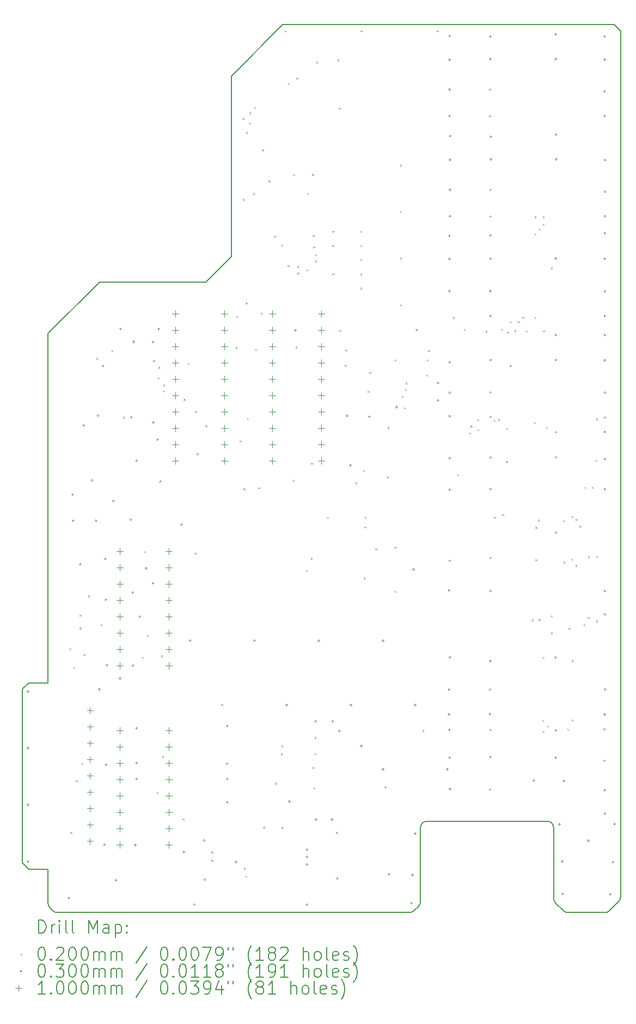
<source format=gbr>
%TF.GenerationSoftware,KiCad,Pcbnew,8.0.5*%
%TF.CreationDate,2025-01-10T10:03:17-04:00*%
%TF.ProjectId,RAMEXB_V2_2,52414d45-5842-45f5-9632-5f322e6b6963,rev?*%
%TF.SameCoordinates,Original*%
%TF.FileFunction,Drillmap*%
%TF.FilePolarity,Positive*%
%FSLAX45Y45*%
G04 Gerber Fmt 4.5, Leading zero omitted, Abs format (unit mm)*
G04 Created by KiCad (PCBNEW 8.0.5) date 2025-01-10 10:03:17*
%MOMM*%
%LPD*%
G01*
G04 APERTURE LIST*
%ADD10C,0.150000*%
%ADD11C,0.200000*%
%ADD12C,0.100000*%
G04 APERTURE END LIST*
D10*
X16550000Y-5500000D02*
X15750000Y-6300000D01*
X21439289Y-15270711D02*
G75*
G02*
X21368579Y-15299999I-70709J70711D01*
G01*
X24620711Y-15129289D02*
X24479289Y-15270711D01*
X24650000Y-15058579D02*
X24650000Y-1598000D01*
X24479289Y-15270711D02*
G75*
G02*
X24408579Y-15299999I-70709J70711D01*
G01*
X18200000Y-5500000D02*
X16550000Y-5500000D01*
X15750000Y-14630000D02*
X15750000Y-15158579D01*
X21368579Y-15300000D02*
X15891421Y-15300000D01*
X18600000Y-2298000D02*
X18600000Y-5100000D01*
X24650000Y-1598000D02*
X24550000Y-1498000D01*
X23831421Y-15300000D02*
G75*
G02*
X23760710Y-15270711I-1J100000D01*
G01*
X15750000Y-14630000D02*
X15450000Y-14630000D01*
X15891421Y-15300000D02*
G75*
G02*
X15820712Y-15270709I-1J99990D01*
G01*
X15750000Y-11729000D02*
X15450000Y-11729000D01*
X15779289Y-15229289D02*
X15820711Y-15270711D01*
X23639289Y-15149289D02*
G75*
G02*
X23610004Y-15078579I70721J70709D01*
G01*
X23510000Y-13880000D02*
G75*
G02*
X23610000Y-13980000I0J-100000D01*
G01*
X21540000Y-13980000D02*
X21540000Y-15128579D01*
X15450000Y-11729000D02*
X15350000Y-11829000D01*
X15450000Y-14630000D02*
X15350000Y-14530000D01*
X15350000Y-14530000D02*
X15350000Y-11829000D01*
X24650000Y-15058579D02*
G75*
G02*
X24620711Y-15129290I-100000J-1D01*
G01*
X21540000Y-13980000D02*
G75*
G02*
X21640000Y-13880000I100000J0D01*
G01*
X21540000Y-15128579D02*
G75*
G02*
X21510711Y-15199290I-100000J-1D01*
G01*
X24550000Y-1498000D02*
X19400000Y-1499000D01*
X15779289Y-15229289D02*
G75*
G02*
X15750001Y-15158579I70711J70709D01*
G01*
X23510000Y-13880000D02*
X21640000Y-13880000D01*
X21510711Y-15199289D02*
X21439289Y-15270711D01*
X18200000Y-5500000D02*
X18600000Y-5100000D01*
X24408579Y-15300000D02*
X23831421Y-15300000D01*
X15750000Y-11729000D02*
X15750000Y-9550000D01*
X23760711Y-15270711D02*
X23639289Y-15149289D01*
X15750000Y-9550000D02*
X15750000Y-6300000D01*
X23610000Y-15078579D02*
X23610000Y-13980000D01*
X18600000Y-2298000D02*
X19400000Y-1499000D01*
D11*
D12*
X16083000Y-11190000D02*
X16103000Y-11210000D01*
X16103000Y-11190000D02*
X16083000Y-11210000D01*
X16146000Y-11485000D02*
X16166000Y-11505000D01*
X16166000Y-11485000D02*
X16146000Y-11505000D01*
X16181000Y-13247000D02*
X16201000Y-13267000D01*
X16201000Y-13247000D02*
X16181000Y-13267000D01*
X16242000Y-10674000D02*
X16262000Y-10694000D01*
X16262000Y-10674000D02*
X16242000Y-10694000D01*
X16272600Y-12977400D02*
X16292600Y-12997400D01*
X16292600Y-12977400D02*
X16272600Y-12997400D01*
X16300500Y-11282500D02*
X16320500Y-11302500D01*
X16320500Y-11282500D02*
X16300500Y-11302500D01*
X16373000Y-10371000D02*
X16393000Y-10391000D01*
X16393000Y-10371000D02*
X16373000Y-10391000D01*
X16501000Y-6681000D02*
X16521000Y-6701000D01*
X16521000Y-6681000D02*
X16501000Y-6701000D01*
X16566000Y-10816000D02*
X16586000Y-10836000D01*
X16586000Y-10816000D02*
X16566000Y-10836000D01*
X16736000Y-6559000D02*
X16756000Y-6579000D01*
X16756000Y-6559000D02*
X16736000Y-6579000D01*
X16911800Y-7595320D02*
X16931800Y-7615320D01*
X16931800Y-7595320D02*
X16911800Y-7615320D01*
X17212500Y-11323500D02*
X17232500Y-11343500D01*
X17232500Y-11323500D02*
X17212500Y-11343500D01*
X17245000Y-9682000D02*
X17265000Y-9702000D01*
X17265000Y-9682000D02*
X17245000Y-9702000D01*
X17285500Y-10987500D02*
X17305500Y-11007500D01*
X17305500Y-10987500D02*
X17285500Y-11007500D01*
X17383200Y-6714820D02*
X17403200Y-6734820D01*
X17403200Y-6714820D02*
X17383200Y-6734820D01*
X17438000Y-13425000D02*
X17458000Y-13445000D01*
X17458000Y-13425000D02*
X17438000Y-13445000D01*
X17458300Y-6980860D02*
X17478300Y-7000860D01*
X17478300Y-6980860D02*
X17458300Y-7000860D01*
X17462000Y-6815000D02*
X17482000Y-6835000D01*
X17482000Y-6815000D02*
X17462000Y-6835000D01*
X17507000Y-11302000D02*
X17527000Y-11322000D01*
X17527000Y-11302000D02*
X17507000Y-11322000D01*
X17524000Y-12868500D02*
X17544000Y-12888500D01*
X17544000Y-12868500D02*
X17524000Y-12888500D01*
X17541800Y-7094110D02*
X17561800Y-7114110D01*
X17561800Y-7094110D02*
X17541800Y-7114110D01*
X17542300Y-7185360D02*
X17562300Y-7205360D01*
X17562300Y-7185360D02*
X17542300Y-7205360D01*
X17840000Y-13840000D02*
X17860000Y-13860000D01*
X17860000Y-13840000D02*
X17840000Y-13860000D01*
X17859000Y-7315000D02*
X17879000Y-7335000D01*
X17879000Y-7315000D02*
X17859000Y-7335000D01*
X17922500Y-6761150D02*
X17942500Y-6781150D01*
X17942500Y-6761150D02*
X17922500Y-6781150D01*
X18028000Y-9708000D02*
X18048000Y-9728000D01*
X18048000Y-9708000D02*
X18028000Y-9728000D01*
X18289000Y-14350500D02*
X18309000Y-14370500D01*
X18309000Y-14350500D02*
X18289000Y-14370500D01*
X18289500Y-14477500D02*
X18309500Y-14497500D01*
X18309500Y-14477500D02*
X18289500Y-14497500D01*
X18667000Y-6510000D02*
X18687000Y-6530000D01*
X18687000Y-6510000D02*
X18667000Y-6530000D01*
X18677000Y-6024000D02*
X18697000Y-6044000D01*
X18697000Y-6024000D02*
X18677000Y-6044000D01*
X18730000Y-7965000D02*
X18750000Y-7985000D01*
X18750000Y-7965000D02*
X18730000Y-7985000D01*
X18771000Y-2952000D02*
X18791000Y-2972000D01*
X18791000Y-2952000D02*
X18771000Y-2972000D01*
X18778000Y-4209000D02*
X18798000Y-4229000D01*
X18798000Y-4209000D02*
X18778000Y-4229000D01*
X18789000Y-8705000D02*
X18809000Y-8725000D01*
X18809000Y-8705000D02*
X18789000Y-8725000D01*
X18793000Y-14604500D02*
X18813000Y-14624500D01*
X18813000Y-14604500D02*
X18793000Y-14624500D01*
X18821000Y-14730000D02*
X18841000Y-14750000D01*
X18841000Y-14730000D02*
X18821000Y-14750000D01*
X18823000Y-5818000D02*
X18843000Y-5838000D01*
X18843000Y-5818000D02*
X18823000Y-5838000D01*
X18830000Y-3166000D02*
X18850000Y-3186000D01*
X18850000Y-3166000D02*
X18830000Y-3186000D01*
X18843000Y-7617000D02*
X18863000Y-7637000D01*
X18863000Y-7617000D02*
X18843000Y-7637000D01*
X18877000Y-2863000D02*
X18897000Y-2883000D01*
X18897000Y-2863000D02*
X18877000Y-2883000D01*
X18879088Y-3017088D02*
X18899088Y-3037088D01*
X18899088Y-3017088D02*
X18879088Y-3037088D01*
X18939000Y-4116000D02*
X18959000Y-4136000D01*
X18959000Y-4116000D02*
X18939000Y-4136000D01*
X18957000Y-2784000D02*
X18977000Y-2804000D01*
X18977000Y-2784000D02*
X18957000Y-2804000D01*
X18971500Y-6539000D02*
X18991500Y-6559000D01*
X18991500Y-6539000D02*
X18971500Y-6559000D01*
X19018000Y-8692000D02*
X19038000Y-8712000D01*
X19038000Y-8692000D02*
X19018000Y-8712000D01*
X19057000Y-5974000D02*
X19077000Y-5994000D01*
X19077000Y-5974000D02*
X19057000Y-5994000D01*
X19076000Y-3439000D02*
X19096000Y-3459000D01*
X19096000Y-3439000D02*
X19076000Y-3459000D01*
X19179000Y-3920000D02*
X19199000Y-3940000D01*
X19199000Y-3920000D02*
X19179000Y-3940000D01*
X19262000Y-4777000D02*
X19282000Y-4797000D01*
X19282000Y-4777000D02*
X19262000Y-4797000D01*
X19276000Y-13283000D02*
X19296000Y-13303000D01*
X19296000Y-13283000D02*
X19276000Y-13303000D01*
X19369000Y-12826000D02*
X19389000Y-12846000D01*
X19389000Y-12826000D02*
X19369000Y-12846000D01*
X19376500Y-4913000D02*
X19396500Y-4933000D01*
X19396500Y-4913000D02*
X19376500Y-4933000D01*
X19380000Y-12700000D02*
X19400000Y-12720000D01*
X19400000Y-12700000D02*
X19380000Y-12720000D01*
X19383400Y-13971000D02*
X19403400Y-13991000D01*
X19403400Y-13971000D02*
X19383400Y-13991000D01*
X19426000Y-1589000D02*
X19446000Y-1609000D01*
X19446000Y-1589000D02*
X19426000Y-1609000D01*
X19475000Y-5239000D02*
X19495000Y-5259000D01*
X19495000Y-5239000D02*
X19475000Y-5259000D01*
X19479000Y-2408000D02*
X19499000Y-2428000D01*
X19499000Y-2408000D02*
X19479000Y-2428000D01*
X19555000Y-8572000D02*
X19575000Y-8592000D01*
X19575000Y-8572000D02*
X19555000Y-8592000D01*
X19566000Y-3821000D02*
X19586000Y-3841000D01*
X19586000Y-3821000D02*
X19566000Y-3841000D01*
X19598000Y-6502000D02*
X19618000Y-6522000D01*
X19618000Y-6502000D02*
X19598000Y-6522000D01*
X19612000Y-2326000D02*
X19632000Y-2346000D01*
X19632000Y-2326000D02*
X19612000Y-2346000D01*
X19623000Y-5250000D02*
X19643000Y-5270000D01*
X19643000Y-5250000D02*
X19623000Y-5270000D01*
X19626000Y-5350000D02*
X19646000Y-5370000D01*
X19646000Y-5350000D02*
X19626000Y-5370000D01*
X19760000Y-9977500D02*
X19780000Y-9997500D01*
X19780000Y-9977500D02*
X19760000Y-9997500D01*
X19764588Y-5303588D02*
X19784588Y-5323588D01*
X19784588Y-5303588D02*
X19764588Y-5323588D01*
X19775824Y-4108719D02*
X19795824Y-4128719D01*
X19795824Y-4108719D02*
X19775824Y-4128719D01*
X19837000Y-9789000D02*
X19857000Y-9809000D01*
X19857000Y-9789000D02*
X19837000Y-9809000D01*
X19840000Y-8310130D02*
X19860000Y-8330130D01*
X19860000Y-8310130D02*
X19840000Y-8330130D01*
X19856000Y-3820000D02*
X19876000Y-3840000D01*
X19876000Y-3820000D02*
X19856000Y-3840000D01*
X19859000Y-13038000D02*
X19879000Y-13058000D01*
X19879000Y-13038000D02*
X19859000Y-13058000D01*
X19864000Y-4773000D02*
X19884000Y-4793000D01*
X19884000Y-4773000D02*
X19864000Y-4793000D01*
X19874000Y-4949000D02*
X19894000Y-4969000D01*
X19894000Y-4949000D02*
X19874000Y-4969000D01*
X19879000Y-13358000D02*
X19899000Y-13378000D01*
X19899000Y-13358000D02*
X19879000Y-13378000D01*
X19892000Y-12825000D02*
X19912000Y-12845000D01*
X19912000Y-12825000D02*
X19892000Y-12845000D01*
X19893000Y-12572000D02*
X19913000Y-12592000D01*
X19913000Y-12572000D02*
X19893000Y-12592000D01*
X19900500Y-5069000D02*
X19920500Y-5089000D01*
X19920500Y-5069000D02*
X19900500Y-5089000D01*
X19901000Y-5165000D02*
X19921000Y-5185000D01*
X19921000Y-5165000D02*
X19901000Y-5185000D01*
X19920000Y-2075000D02*
X19940000Y-2095000D01*
X19940000Y-2075000D02*
X19920000Y-2095000D01*
X20089000Y-9146000D02*
X20109000Y-9166000D01*
X20109000Y-9146000D02*
X20089000Y-9166000D01*
X20168000Y-4701000D02*
X20188000Y-4721000D01*
X20188000Y-4701000D02*
X20168000Y-4721000D01*
X20168000Y-4923900D02*
X20188000Y-4943900D01*
X20188000Y-4923900D02*
X20168000Y-4943900D01*
X20168000Y-5366000D02*
X20188000Y-5386000D01*
X20188000Y-5366000D02*
X20168000Y-5386000D01*
X20229000Y-14046000D02*
X20249000Y-14066000D01*
X20249000Y-14046000D02*
X20229000Y-14066000D01*
X20249000Y-2040500D02*
X20269000Y-2060500D01*
X20269000Y-2040500D02*
X20249000Y-2060500D01*
X20272039Y-2791937D02*
X20292039Y-2811937D01*
X20292039Y-2791937D02*
X20272039Y-2811937D01*
X20279600Y-6243410D02*
X20299600Y-6263410D01*
X20299600Y-6243410D02*
X20279600Y-6263410D01*
X20364000Y-6786000D02*
X20384000Y-6806000D01*
X20384000Y-6786000D02*
X20364000Y-6806000D01*
X20372000Y-6551000D02*
X20392000Y-6571000D01*
X20392000Y-6551000D02*
X20372000Y-6571000D01*
X20530000Y-8611890D02*
X20550000Y-8631890D01*
X20550000Y-8611890D02*
X20530000Y-8631890D01*
X20603800Y-4702200D02*
X20623800Y-4722200D01*
X20623800Y-4702200D02*
X20603800Y-4722200D01*
X20603800Y-4923900D02*
X20623800Y-4943900D01*
X20623800Y-4923900D02*
X20603800Y-4943900D01*
X20603800Y-5145600D02*
X20623800Y-5165600D01*
X20623800Y-5145600D02*
X20603800Y-5165600D01*
X20603800Y-5367300D02*
X20623800Y-5387300D01*
X20623800Y-5367300D02*
X20603800Y-5387300D01*
X20603800Y-5589000D02*
X20623800Y-5609000D01*
X20623800Y-5589000D02*
X20603800Y-5609000D01*
X20610000Y-1589000D02*
X20630000Y-1609000D01*
X20630000Y-1589000D02*
X20610000Y-1609000D01*
X20647500Y-8419000D02*
X20667500Y-8439000D01*
X20667500Y-8419000D02*
X20647500Y-8439000D01*
X20657000Y-10091000D02*
X20677000Y-10111000D01*
X20677000Y-10091000D02*
X20657000Y-10111000D01*
X20669000Y-9301000D02*
X20689000Y-9321000D01*
X20689000Y-9301000D02*
X20669000Y-9321000D01*
X20671000Y-9150000D02*
X20691000Y-9170000D01*
X20691000Y-9150000D02*
X20671000Y-9170000D01*
X20720500Y-7190500D02*
X20740500Y-7210500D01*
X20740500Y-7190500D02*
X20720500Y-7210500D01*
X20745000Y-6895000D02*
X20765000Y-6915000D01*
X20765000Y-6895000D02*
X20745000Y-6915000D01*
X20838000Y-9640000D02*
X20858000Y-9660000D01*
X20858000Y-9640000D02*
X20838000Y-9660000D01*
X21027000Y-7754500D02*
X21047000Y-7774500D01*
X21047000Y-7754500D02*
X21027000Y-7774500D01*
X21135000Y-9614000D02*
X21155000Y-9634000D01*
X21155000Y-9614000D02*
X21135000Y-9634000D01*
X21140000Y-6700000D02*
X21160000Y-6720000D01*
X21160000Y-6700000D02*
X21140000Y-6720000D01*
X21141000Y-10300000D02*
X21161000Y-10320000D01*
X21161000Y-10300000D02*
X21141000Y-10320000D01*
X21226000Y-3676000D02*
X21246000Y-3696000D01*
X21246000Y-3676000D02*
X21226000Y-3696000D01*
X21226000Y-4398667D02*
X21246000Y-4418667D01*
X21246000Y-4398667D02*
X21226000Y-4418667D01*
X21226000Y-5121333D02*
X21246000Y-5141333D01*
X21246000Y-5121333D02*
X21226000Y-5141333D01*
X21226000Y-5844000D02*
X21246000Y-5864000D01*
X21246000Y-5844000D02*
X21226000Y-5864000D01*
X21250000Y-7270000D02*
X21270000Y-7290000D01*
X21270000Y-7270000D02*
X21250000Y-7290000D01*
X21283600Y-7444600D02*
X21303600Y-7464600D01*
X21303600Y-7444600D02*
X21283600Y-7464600D01*
X21300000Y-7160000D02*
X21320000Y-7180000D01*
X21320000Y-7160000D02*
X21300000Y-7180000D01*
X21310000Y-7060000D02*
X21330000Y-7080000D01*
X21330000Y-7060000D02*
X21310000Y-7080000D01*
X21571000Y-12464000D02*
X21591000Y-12484000D01*
X21591000Y-12464000D02*
X21571000Y-12484000D01*
X21630000Y-6940000D02*
X21650000Y-6960000D01*
X21650000Y-6940000D02*
X21630000Y-6960000D01*
X21640000Y-6700000D02*
X21660000Y-6720000D01*
X21660000Y-6700000D02*
X21640000Y-6720000D01*
X21659300Y-6557500D02*
X21679300Y-6577500D01*
X21679300Y-6557500D02*
X21659300Y-6577500D01*
X21794000Y-1589000D02*
X21814000Y-1609000D01*
X21814000Y-1589000D02*
X21794000Y-1609000D01*
X22046000Y-6046000D02*
X22066000Y-6066000D01*
X22066000Y-6046000D02*
X22046000Y-6066000D01*
X22110000Y-8490000D02*
X22130000Y-8510000D01*
X22130000Y-8490000D02*
X22110000Y-8510000D01*
X22214000Y-6227500D02*
X22234000Y-6247500D01*
X22234000Y-6227500D02*
X22214000Y-6247500D01*
X22300000Y-7837500D02*
X22320000Y-7857500D01*
X22320000Y-7837500D02*
X22300000Y-7857500D01*
X22318800Y-7731160D02*
X22338800Y-7751160D01*
X22338800Y-7731160D02*
X22318800Y-7751160D01*
X22425000Y-7632720D02*
X22445000Y-7652720D01*
X22445000Y-7632720D02*
X22425000Y-7652720D01*
X22426900Y-7784090D02*
X22446900Y-7804090D01*
X22446900Y-7784090D02*
X22426900Y-7804090D01*
X22555000Y-6257500D02*
X22575000Y-6277500D01*
X22575000Y-6257500D02*
X22555000Y-6277500D01*
X22678300Y-7640000D02*
X22698300Y-7660000D01*
X22698300Y-7640000D02*
X22678300Y-7660000D01*
X22683000Y-9147000D02*
X22703000Y-9167000D01*
X22703000Y-9147000D02*
X22683000Y-9167000D01*
X22745500Y-7628000D02*
X22765500Y-7648000D01*
X22765500Y-7628000D02*
X22745500Y-7648000D01*
X22797100Y-6228720D02*
X22817100Y-6248720D01*
X22817100Y-6228720D02*
X22797100Y-6248720D01*
X22812000Y-9108000D02*
X22832000Y-9128000D01*
X22832000Y-9108000D02*
X22812000Y-9128000D01*
X22869500Y-8280460D02*
X22889500Y-8300460D01*
X22889500Y-8280460D02*
X22869500Y-8300460D01*
X22872800Y-7767500D02*
X22892800Y-7787500D01*
X22892800Y-7767500D02*
X22872800Y-7787500D01*
X22888600Y-6271440D02*
X22908600Y-6291440D01*
X22908600Y-6271440D02*
X22888600Y-6291440D01*
X22930000Y-6790000D02*
X22950000Y-6810000D01*
X22950000Y-6790000D02*
X22930000Y-6810000D01*
X22936100Y-6111410D02*
X22956100Y-6131410D01*
X22956100Y-6111410D02*
X22936100Y-6131410D01*
X22999500Y-6248000D02*
X23019500Y-6268000D01*
X23019500Y-6248000D02*
X22999500Y-6268000D01*
X23055000Y-6109000D02*
X23075000Y-6129000D01*
X23075000Y-6109000D02*
X23055000Y-6129000D01*
X23124000Y-6043000D02*
X23144000Y-6063000D01*
X23144000Y-6043000D02*
X23124000Y-6063000D01*
X23180000Y-6253000D02*
X23200000Y-6273000D01*
X23200000Y-6253000D02*
X23180000Y-6273000D01*
X23275000Y-10745400D02*
X23295000Y-10765400D01*
X23295000Y-10745400D02*
X23275000Y-10765400D01*
X23307000Y-7677000D02*
X23327000Y-7697000D01*
X23327000Y-7677000D02*
X23307000Y-7697000D01*
X23313000Y-6040000D02*
X23333000Y-6060000D01*
X23333000Y-6040000D02*
X23313000Y-6060000D01*
X23316000Y-4748000D02*
X23336000Y-4768000D01*
X23336000Y-4748000D02*
X23316000Y-4768000D01*
X23317000Y-4479000D02*
X23337000Y-4499000D01*
X23337000Y-4479000D02*
X23317000Y-4499000D01*
X23326000Y-9807000D02*
X23346000Y-9827000D01*
X23346000Y-9807000D02*
X23326000Y-9827000D01*
X23327000Y-9306000D02*
X23347000Y-9326000D01*
X23347000Y-9306000D02*
X23327000Y-9326000D01*
X23367000Y-9194500D02*
X23387000Y-9214500D01*
X23387000Y-9194500D02*
X23367000Y-9214500D01*
X23379000Y-10735000D02*
X23399000Y-10755000D01*
X23399000Y-10735000D02*
X23379000Y-10755000D01*
X23381100Y-4669910D02*
X23401100Y-4689910D01*
X23401100Y-4669910D02*
X23381100Y-4689910D01*
X23434000Y-12308000D02*
X23454000Y-12328000D01*
X23454000Y-12308000D02*
X23434000Y-12328000D01*
X23439000Y-4478000D02*
X23459000Y-4498000D01*
X23459000Y-4478000D02*
X23439000Y-4498000D01*
X23439000Y-12474000D02*
X23459000Y-12494000D01*
X23459000Y-12474000D02*
X23439000Y-12494000D01*
X23440000Y-4591000D02*
X23460000Y-4611000D01*
X23460000Y-4591000D02*
X23440000Y-4611000D01*
X23441000Y-11324000D02*
X23461000Y-11344000D01*
X23461000Y-11324000D02*
X23441000Y-11344000D01*
X23444800Y-6255000D02*
X23464800Y-6275000D01*
X23464800Y-6255000D02*
X23444800Y-6275000D01*
X23490000Y-7750000D02*
X23510000Y-7770000D01*
X23510000Y-7750000D02*
X23490000Y-7770000D01*
X23510000Y-12390000D02*
X23530000Y-12410000D01*
X23530000Y-12390000D02*
X23510000Y-12410000D01*
X23570000Y-10681400D02*
X23590000Y-10701400D01*
X23590000Y-10681400D02*
X23570000Y-10701400D01*
X23570000Y-10949000D02*
X23590000Y-10969000D01*
X23590000Y-10949000D02*
X23570000Y-10969000D01*
X23571000Y-5276000D02*
X23591000Y-5296000D01*
X23591000Y-5276000D02*
X23571000Y-5296000D01*
X23761000Y-9201000D02*
X23781000Y-9221000D01*
X23781000Y-9201000D02*
X23761000Y-9221000D01*
X23761500Y-9847500D02*
X23781500Y-9867500D01*
X23781500Y-9847500D02*
X23761500Y-9867500D01*
X23822800Y-12440000D02*
X23842800Y-12460000D01*
X23842800Y-12440000D02*
X23822800Y-12460000D01*
X23844500Y-10877500D02*
X23864500Y-10897500D01*
X23864500Y-10877500D02*
X23844500Y-10897500D01*
X23888500Y-9800000D02*
X23908500Y-9820000D01*
X23908500Y-9800000D02*
X23888500Y-9820000D01*
X23888500Y-12300000D02*
X23908500Y-12320000D01*
X23908500Y-12300000D02*
X23888500Y-12320000D01*
X23890000Y-9140000D02*
X23910000Y-9160000D01*
X23910000Y-9140000D02*
X23890000Y-9160000D01*
X23890000Y-11380000D02*
X23910000Y-11400000D01*
X23910000Y-11380000D02*
X23890000Y-11400000D01*
X23951000Y-9898000D02*
X23971000Y-9918000D01*
X23971000Y-9898000D02*
X23951000Y-9918000D01*
X23954900Y-9183000D02*
X23974900Y-9203000D01*
X23974900Y-9183000D02*
X23954900Y-9203000D01*
X24010000Y-9287000D02*
X24030000Y-9307000D01*
X24030000Y-9287000D02*
X24010000Y-9307000D01*
X24079000Y-10813900D02*
X24099000Y-10833900D01*
X24099000Y-10813900D02*
X24079000Y-10833900D01*
X24095000Y-8680000D02*
X24115000Y-8700000D01*
X24115000Y-8680000D02*
X24095000Y-8700000D01*
X24140000Y-10705000D02*
X24160000Y-10725000D01*
X24160000Y-10705000D02*
X24140000Y-10725000D01*
X24143000Y-9761000D02*
X24163000Y-9781000D01*
X24163000Y-9761000D02*
X24143000Y-9781000D01*
X24204600Y-8680000D02*
X24224600Y-8700000D01*
X24224600Y-8680000D02*
X24204600Y-8700000D01*
X24265000Y-8270000D02*
X24285000Y-8290000D01*
X24285000Y-8270000D02*
X24265000Y-8290000D01*
X24269500Y-9760000D02*
X24289500Y-9780000D01*
X24289500Y-9760000D02*
X24269500Y-9780000D01*
X24269500Y-10760000D02*
X24289500Y-10780000D01*
X24289500Y-10760000D02*
X24269500Y-10780000D01*
X24270000Y-7620000D02*
X24290000Y-7640000D01*
X24290000Y-7620000D02*
X24270000Y-7640000D01*
X15453000Y-11862000D02*
G75*
G02*
X15423000Y-11862000I-15000J0D01*
G01*
X15423000Y-11862000D02*
G75*
G02*
X15453000Y-11862000I15000J0D01*
G01*
X15453000Y-12744000D02*
G75*
G02*
X15423000Y-12744000I-15000J0D01*
G01*
X15423000Y-12744000D02*
G75*
G02*
X15453000Y-12744000I15000J0D01*
G01*
X15453000Y-13626000D02*
G75*
G02*
X15423000Y-13626000I-15000J0D01*
G01*
X15423000Y-13626000D02*
G75*
G02*
X15453000Y-13626000I15000J0D01*
G01*
X15453000Y-14508000D02*
G75*
G02*
X15423000Y-14508000I-15000J0D01*
G01*
X15423000Y-14508000D02*
G75*
G02*
X15453000Y-14508000I15000J0D01*
G01*
X16085000Y-15075000D02*
G75*
G02*
X16055000Y-15075000I-15000J0D01*
G01*
X16055000Y-15075000D02*
G75*
G02*
X16085000Y-15075000I15000J0D01*
G01*
X16125000Y-14064000D02*
G75*
G02*
X16095000Y-14064000I-15000J0D01*
G01*
X16095000Y-14064000D02*
G75*
G02*
X16125000Y-14064000I15000J0D01*
G01*
X16146000Y-8801000D02*
G75*
G02*
X16116000Y-8801000I-15000J0D01*
G01*
X16116000Y-8801000D02*
G75*
G02*
X16146000Y-8801000I15000J0D01*
G01*
X16153000Y-9212000D02*
G75*
G02*
X16123000Y-9212000I-15000J0D01*
G01*
X16123000Y-9212000D02*
G75*
G02*
X16153000Y-9212000I15000J0D01*
G01*
X16263000Y-9889000D02*
G75*
G02*
X16233000Y-9889000I-15000J0D01*
G01*
X16233000Y-9889000D02*
G75*
G02*
X16263000Y-9889000I15000J0D01*
G01*
X16269000Y-10886000D02*
G75*
G02*
X16239000Y-10886000I-15000J0D01*
G01*
X16239000Y-10886000D02*
G75*
G02*
X16269000Y-10886000I15000J0D01*
G01*
X16319000Y-7731000D02*
G75*
G02*
X16289000Y-7731000I-15000J0D01*
G01*
X16289000Y-7731000D02*
G75*
G02*
X16319000Y-7731000I15000J0D01*
G01*
X16449000Y-8583000D02*
G75*
G02*
X16419000Y-8583000I-15000J0D01*
G01*
X16419000Y-8583000D02*
G75*
G02*
X16449000Y-8583000I15000J0D01*
G01*
X16509000Y-9205000D02*
G75*
G02*
X16479000Y-9205000I-15000J0D01*
G01*
X16479000Y-9205000D02*
G75*
G02*
X16509000Y-9205000I15000J0D01*
G01*
X16540000Y-7575000D02*
G75*
G02*
X16510000Y-7575000I-15000J0D01*
G01*
X16510000Y-7575000D02*
G75*
G02*
X16540000Y-7575000I15000J0D01*
G01*
X16561000Y-11830000D02*
G75*
G02*
X16531000Y-11830000I-15000J0D01*
G01*
X16531000Y-11830000D02*
G75*
G02*
X16561000Y-11830000I15000J0D01*
G01*
X16619000Y-6802000D02*
G75*
G02*
X16589000Y-6802000I-15000J0D01*
G01*
X16589000Y-6802000D02*
G75*
G02*
X16619000Y-6802000I15000J0D01*
G01*
X16642000Y-14245000D02*
G75*
G02*
X16612000Y-14245000I-15000J0D01*
G01*
X16612000Y-14245000D02*
G75*
G02*
X16642000Y-14245000I15000J0D01*
G01*
X16653000Y-9805000D02*
G75*
G02*
X16623000Y-9805000I-15000J0D01*
G01*
X16623000Y-9805000D02*
G75*
G02*
X16653000Y-9805000I15000J0D01*
G01*
X16663000Y-10439000D02*
G75*
G02*
X16633000Y-10439000I-15000J0D01*
G01*
X16633000Y-10439000D02*
G75*
G02*
X16663000Y-10439000I15000J0D01*
G01*
X16665000Y-13000000D02*
G75*
G02*
X16635000Y-13000000I-15000J0D01*
G01*
X16635000Y-13000000D02*
G75*
G02*
X16665000Y-13000000I15000J0D01*
G01*
X16678000Y-11456000D02*
G75*
G02*
X16648000Y-11456000I-15000J0D01*
G01*
X16648000Y-11456000D02*
G75*
G02*
X16678000Y-11456000I15000J0D01*
G01*
X16778000Y-8906000D02*
G75*
G02*
X16748000Y-8906000I-15000J0D01*
G01*
X16748000Y-8906000D02*
G75*
G02*
X16778000Y-8906000I15000J0D01*
G01*
X16818000Y-14800000D02*
G75*
G02*
X16788000Y-14800000I-15000J0D01*
G01*
X16788000Y-14800000D02*
G75*
G02*
X16818000Y-14800000I15000J0D01*
G01*
X16884000Y-11662000D02*
G75*
G02*
X16854000Y-11662000I-15000J0D01*
G01*
X16854000Y-11662000D02*
G75*
G02*
X16884000Y-11662000I15000J0D01*
G01*
X16890000Y-6227000D02*
G75*
G02*
X16860000Y-6227000I-15000J0D01*
G01*
X16860000Y-6227000D02*
G75*
G02*
X16890000Y-6227000I15000J0D01*
G01*
X17050000Y-9191000D02*
G75*
G02*
X17020000Y-9191000I-15000J0D01*
G01*
X17020000Y-9191000D02*
G75*
G02*
X17050000Y-9191000I15000J0D01*
G01*
X17061000Y-7603000D02*
G75*
G02*
X17031000Y-7603000I-15000J0D01*
G01*
X17031000Y-7603000D02*
G75*
G02*
X17061000Y-7603000I15000J0D01*
G01*
X17080000Y-10324000D02*
G75*
G02*
X17050000Y-10324000I-15000J0D01*
G01*
X17050000Y-10324000D02*
G75*
G02*
X17080000Y-10324000I15000J0D01*
G01*
X17085000Y-11463000D02*
G75*
G02*
X17055000Y-11463000I-15000J0D01*
G01*
X17055000Y-11463000D02*
G75*
G02*
X17085000Y-11463000I15000J0D01*
G01*
X17096000Y-6428000D02*
G75*
G02*
X17066000Y-6428000I-15000J0D01*
G01*
X17066000Y-6428000D02*
G75*
G02*
X17096000Y-6428000I15000J0D01*
G01*
X17120000Y-14252000D02*
G75*
G02*
X17090000Y-14252000I-15000J0D01*
G01*
X17090000Y-14252000D02*
G75*
G02*
X17120000Y-14252000I15000J0D01*
G01*
X17139000Y-12434000D02*
G75*
G02*
X17109000Y-12434000I-15000J0D01*
G01*
X17109000Y-12434000D02*
G75*
G02*
X17139000Y-12434000I15000J0D01*
G01*
X17140000Y-12975000D02*
G75*
G02*
X17110000Y-12975000I-15000J0D01*
G01*
X17110000Y-12975000D02*
G75*
G02*
X17140000Y-12975000I15000J0D01*
G01*
X17140000Y-13225000D02*
G75*
G02*
X17110000Y-13225000I-15000J0D01*
G01*
X17110000Y-13225000D02*
G75*
G02*
X17140000Y-13225000I15000J0D01*
G01*
X17140600Y-8276060D02*
G75*
G02*
X17110600Y-8276060I-15000J0D01*
G01*
X17110600Y-8276060D02*
G75*
G02*
X17140600Y-8276060I15000J0D01*
G01*
X17190000Y-10700000D02*
G75*
G02*
X17160000Y-10700000I-15000J0D01*
G01*
X17160000Y-10700000D02*
G75*
G02*
X17190000Y-10700000I15000J0D01*
G01*
X17290000Y-9950000D02*
G75*
G02*
X17260000Y-9950000I-15000J0D01*
G01*
X17260000Y-9950000D02*
G75*
G02*
X17290000Y-9950000I15000J0D01*
G01*
X17393000Y-6430000D02*
G75*
G02*
X17363000Y-6430000I-15000J0D01*
G01*
X17363000Y-6430000D02*
G75*
G02*
X17393000Y-6430000I15000J0D01*
G01*
X17395000Y-10180000D02*
G75*
G02*
X17365000Y-10180000I-15000J0D01*
G01*
X17365000Y-10180000D02*
G75*
G02*
X17395000Y-10180000I15000J0D01*
G01*
X17400000Y-7681000D02*
G75*
G02*
X17370000Y-7681000I-15000J0D01*
G01*
X17370000Y-7681000D02*
G75*
G02*
X17400000Y-7681000I15000J0D01*
G01*
X17465000Y-7950000D02*
G75*
G02*
X17435000Y-7950000I-15000J0D01*
G01*
X17435000Y-7950000D02*
G75*
G02*
X17465000Y-7950000I15000J0D01*
G01*
X17485000Y-6230000D02*
G75*
G02*
X17455000Y-6230000I-15000J0D01*
G01*
X17455000Y-6230000D02*
G75*
G02*
X17485000Y-6230000I15000J0D01*
G01*
X17507000Y-8602000D02*
G75*
G02*
X17477000Y-8602000I-15000J0D01*
G01*
X17477000Y-8602000D02*
G75*
G02*
X17507000Y-8602000I15000J0D01*
G01*
X17840000Y-9270000D02*
G75*
G02*
X17810000Y-9270000I-15000J0D01*
G01*
X17810000Y-9270000D02*
G75*
G02*
X17840000Y-9270000I15000J0D01*
G01*
X17877000Y-14360000D02*
G75*
G02*
X17847000Y-14360000I-15000J0D01*
G01*
X17847000Y-14360000D02*
G75*
G02*
X17877000Y-14360000I15000J0D01*
G01*
X17973000Y-11075000D02*
G75*
G02*
X17943000Y-11075000I-15000J0D01*
G01*
X17943000Y-11075000D02*
G75*
G02*
X17973000Y-11075000I15000J0D01*
G01*
X18040000Y-15175000D02*
G75*
G02*
X18010000Y-15175000I-15000J0D01*
G01*
X18010000Y-15175000D02*
G75*
G02*
X18040000Y-15175000I15000J0D01*
G01*
X18065000Y-7520000D02*
G75*
G02*
X18035000Y-7520000I-15000J0D01*
G01*
X18035000Y-7520000D02*
G75*
G02*
X18065000Y-7520000I15000J0D01*
G01*
X18090000Y-8175000D02*
G75*
G02*
X18060000Y-8175000I-15000J0D01*
G01*
X18060000Y-8175000D02*
G75*
G02*
X18090000Y-8175000I15000J0D01*
G01*
X18192000Y-14181000D02*
G75*
G02*
X18162000Y-14181000I-15000J0D01*
G01*
X18162000Y-14181000D02*
G75*
G02*
X18192000Y-14181000I15000J0D01*
G01*
X18202000Y-14789000D02*
G75*
G02*
X18172000Y-14789000I-15000J0D01*
G01*
X18172000Y-14789000D02*
G75*
G02*
X18202000Y-14789000I15000J0D01*
G01*
X18225000Y-7740000D02*
G75*
G02*
X18195000Y-7740000I-15000J0D01*
G01*
X18195000Y-7740000D02*
G75*
G02*
X18225000Y-7740000I15000J0D01*
G01*
X18473000Y-12075000D02*
G75*
G02*
X18443000Y-12075000I-15000J0D01*
G01*
X18443000Y-12075000D02*
G75*
G02*
X18473000Y-12075000I15000J0D01*
G01*
X18549000Y-12398000D02*
G75*
G02*
X18519000Y-12398000I-15000J0D01*
G01*
X18519000Y-12398000D02*
G75*
G02*
X18549000Y-12398000I15000J0D01*
G01*
X18549000Y-12985000D02*
G75*
G02*
X18519000Y-12985000I-15000J0D01*
G01*
X18519000Y-12985000D02*
G75*
G02*
X18549000Y-12985000I15000J0D01*
G01*
X18549000Y-13226000D02*
G75*
G02*
X18519000Y-13226000I-15000J0D01*
G01*
X18519000Y-13226000D02*
G75*
G02*
X18549000Y-13226000I15000J0D01*
G01*
X18549000Y-13583000D02*
G75*
G02*
X18519000Y-13583000I-15000J0D01*
G01*
X18519000Y-13583000D02*
G75*
G02*
X18549000Y-13583000I15000J0D01*
G01*
X18689000Y-14514000D02*
G75*
G02*
X18659000Y-14514000I-15000J0D01*
G01*
X18659000Y-14514000D02*
G75*
G02*
X18689000Y-14514000I15000J0D01*
G01*
X18973000Y-11075000D02*
G75*
G02*
X18943000Y-11075000I-15000J0D01*
G01*
X18943000Y-11075000D02*
G75*
G02*
X18973000Y-11075000I15000J0D01*
G01*
X19123000Y-13981000D02*
G75*
G02*
X19093000Y-13981000I-15000J0D01*
G01*
X19093000Y-13981000D02*
G75*
G02*
X19123000Y-13981000I15000J0D01*
G01*
X19473000Y-12075000D02*
G75*
G02*
X19443000Y-12075000I-15000J0D01*
G01*
X19443000Y-12075000D02*
G75*
G02*
X19473000Y-12075000I15000J0D01*
G01*
X19516000Y-13574000D02*
G75*
G02*
X19486000Y-13574000I-15000J0D01*
G01*
X19486000Y-13574000D02*
G75*
G02*
X19516000Y-13574000I15000J0D01*
G01*
X19610000Y-6248000D02*
G75*
G02*
X19580000Y-6248000I-15000J0D01*
G01*
X19580000Y-6248000D02*
G75*
G02*
X19610000Y-6248000I15000J0D01*
G01*
X19790000Y-14321000D02*
G75*
G02*
X19760000Y-14321000I-15000J0D01*
G01*
X19760000Y-14321000D02*
G75*
G02*
X19790000Y-14321000I15000J0D01*
G01*
X19790000Y-14436500D02*
G75*
G02*
X19760000Y-14436500I-15000J0D01*
G01*
X19760000Y-14436500D02*
G75*
G02*
X19790000Y-14436500I15000J0D01*
G01*
X19790000Y-14552000D02*
G75*
G02*
X19760000Y-14552000I-15000J0D01*
G01*
X19760000Y-14552000D02*
G75*
G02*
X19790000Y-14552000I15000J0D01*
G01*
X19790000Y-15175000D02*
G75*
G02*
X19760000Y-15175000I-15000J0D01*
G01*
X19760000Y-15175000D02*
G75*
G02*
X19790000Y-15175000I15000J0D01*
G01*
X19926000Y-12327300D02*
G75*
G02*
X19896000Y-12327300I-15000J0D01*
G01*
X19896000Y-12327300D02*
G75*
G02*
X19926000Y-12327300I15000J0D01*
G01*
X19934000Y-13853000D02*
G75*
G02*
X19904000Y-13853000I-15000J0D01*
G01*
X19904000Y-13853000D02*
G75*
G02*
X19934000Y-13853000I15000J0D01*
G01*
X19973000Y-11075000D02*
G75*
G02*
X19943000Y-11075000I-15000J0D01*
G01*
X19943000Y-11075000D02*
G75*
G02*
X19973000Y-11075000I15000J0D01*
G01*
X20179000Y-13853000D02*
G75*
G02*
X20149000Y-13853000I-15000J0D01*
G01*
X20149000Y-13853000D02*
G75*
G02*
X20179000Y-13853000I15000J0D01*
G01*
X20189100Y-12328000D02*
G75*
G02*
X20159100Y-12328000I-15000J0D01*
G01*
X20159100Y-12328000D02*
G75*
G02*
X20189100Y-12328000I15000J0D01*
G01*
X20260000Y-14769000D02*
G75*
G02*
X20230000Y-14769000I-15000J0D01*
G01*
X20230000Y-14769000D02*
G75*
G02*
X20260000Y-14769000I15000J0D01*
G01*
X20295000Y-12479000D02*
G75*
G02*
X20265000Y-12479000I-15000J0D01*
G01*
X20265000Y-12479000D02*
G75*
G02*
X20295000Y-12479000I15000J0D01*
G01*
X20415000Y-7580000D02*
G75*
G02*
X20385000Y-7580000I-15000J0D01*
G01*
X20385000Y-7580000D02*
G75*
G02*
X20415000Y-7580000I15000J0D01*
G01*
X20465000Y-8350000D02*
G75*
G02*
X20435000Y-8350000I-15000J0D01*
G01*
X20435000Y-8350000D02*
G75*
G02*
X20465000Y-8350000I15000J0D01*
G01*
X20473000Y-12075000D02*
G75*
G02*
X20443000Y-12075000I-15000J0D01*
G01*
X20443000Y-12075000D02*
G75*
G02*
X20473000Y-12075000I15000J0D01*
G01*
X20634300Y-12709900D02*
G75*
G02*
X20604300Y-12709900I-15000J0D01*
G01*
X20604300Y-12709900D02*
G75*
G02*
X20634300Y-12709900I15000J0D01*
G01*
X20761000Y-7594000D02*
G75*
G02*
X20731000Y-7594000I-15000J0D01*
G01*
X20731000Y-7594000D02*
G75*
G02*
X20761000Y-7594000I15000J0D01*
G01*
X20973000Y-11075000D02*
G75*
G02*
X20943000Y-11075000I-15000J0D01*
G01*
X20943000Y-11075000D02*
G75*
G02*
X20973000Y-11075000I15000J0D01*
G01*
X20973000Y-13075000D02*
G75*
G02*
X20943000Y-13075000I-15000J0D01*
G01*
X20943000Y-13075000D02*
G75*
G02*
X20973000Y-13075000I15000J0D01*
G01*
X21011000Y-13352000D02*
G75*
G02*
X20981000Y-13352000I-15000J0D01*
G01*
X20981000Y-13352000D02*
G75*
G02*
X21011000Y-13352000I15000J0D01*
G01*
X21044000Y-8536000D02*
G75*
G02*
X21014000Y-8536000I-15000J0D01*
G01*
X21014000Y-8536000D02*
G75*
G02*
X21044000Y-8536000I15000J0D01*
G01*
X21064000Y-14705000D02*
G75*
G02*
X21034000Y-14705000I-15000J0D01*
G01*
X21034000Y-14705000D02*
G75*
G02*
X21064000Y-14705000I15000J0D01*
G01*
X21186000Y-7444000D02*
G75*
G02*
X21156000Y-7444000I-15000J0D01*
G01*
X21156000Y-7444000D02*
G75*
G02*
X21186000Y-7444000I15000J0D01*
G01*
X21415000Y-15155000D02*
G75*
G02*
X21385000Y-15155000I-15000J0D01*
G01*
X21385000Y-15155000D02*
G75*
G02*
X21415000Y-15155000I15000J0D01*
G01*
X21430000Y-14715000D02*
G75*
G02*
X21400000Y-14715000I-15000J0D01*
G01*
X21400000Y-14715000D02*
G75*
G02*
X21430000Y-14715000I15000J0D01*
G01*
X21446000Y-9967000D02*
G75*
G02*
X21416000Y-9967000I-15000J0D01*
G01*
X21416000Y-9967000D02*
G75*
G02*
X21446000Y-9967000I15000J0D01*
G01*
X21473000Y-12075000D02*
G75*
G02*
X21443000Y-12075000I-15000J0D01*
G01*
X21443000Y-12075000D02*
G75*
G02*
X21473000Y-12075000I15000J0D01*
G01*
X21473000Y-14075000D02*
G75*
G02*
X21443000Y-14075000I-15000J0D01*
G01*
X21443000Y-14075000D02*
G75*
G02*
X21473000Y-14075000I15000J0D01*
G01*
X21495500Y-6243500D02*
G75*
G02*
X21465500Y-6243500I-15000J0D01*
G01*
X21465500Y-6243500D02*
G75*
G02*
X21495500Y-6243500I15000J0D01*
G01*
X21825000Y-7070000D02*
G75*
G02*
X21795000Y-7070000I-15000J0D01*
G01*
X21795000Y-7070000D02*
G75*
G02*
X21825000Y-7070000I15000J0D01*
G01*
X21825000Y-7340000D02*
G75*
G02*
X21795000Y-7340000I-15000J0D01*
G01*
X21795000Y-7340000D02*
G75*
G02*
X21825000Y-7340000I15000J0D01*
G01*
X21973000Y-13075000D02*
G75*
G02*
X21943000Y-13075000I-15000J0D01*
G01*
X21943000Y-13075000D02*
G75*
G02*
X21973000Y-13075000I15000J0D01*
G01*
X21997000Y-10291700D02*
G75*
G02*
X21967000Y-10291700I-15000J0D01*
G01*
X21967000Y-10291700D02*
G75*
G02*
X21997000Y-10291700I15000J0D01*
G01*
X21999000Y-11833400D02*
G75*
G02*
X21969000Y-11833400I-15000J0D01*
G01*
X21969000Y-11833400D02*
G75*
G02*
X21999000Y-11833400I15000J0D01*
G01*
X21999000Y-12218400D02*
G75*
G02*
X21969000Y-12218400I-15000J0D01*
G01*
X21969000Y-12218400D02*
G75*
G02*
X21999000Y-12218400I15000J0D01*
G01*
X22004000Y-2921750D02*
G75*
G02*
X21974000Y-2921750I-15000J0D01*
G01*
X21974000Y-2921750D02*
G75*
G02*
X22004000Y-2921750I15000J0D01*
G01*
X22005000Y-12460000D02*
G75*
G02*
X21975000Y-12460000I-15000J0D01*
G01*
X21975000Y-12460000D02*
G75*
G02*
X22005000Y-12460000I15000J0D01*
G01*
X22005600Y-2506750D02*
G75*
G02*
X21975600Y-2506750I-15000J0D01*
G01*
X21975600Y-2506750D02*
G75*
G02*
X22005600Y-2506750I15000J0D01*
G01*
X22006000Y-5641070D02*
G75*
G02*
X21976000Y-5641070I-15000J0D01*
G01*
X21976000Y-5641070D02*
G75*
G02*
X22006000Y-5641070I15000J0D01*
G01*
X22007000Y-1671750D02*
G75*
G02*
X21977000Y-1671750I-15000J0D01*
G01*
X21977000Y-1671750D02*
G75*
G02*
X22007000Y-1671750I15000J0D01*
G01*
X22007000Y-5140070D02*
G75*
G02*
X21977000Y-5140070I-15000J0D01*
G01*
X21977000Y-5140070D02*
G75*
G02*
X22007000Y-5140070I15000J0D01*
G01*
X22007100Y-2041750D02*
G75*
G02*
X21977100Y-2041750I-15000J0D01*
G01*
X21977100Y-2041750D02*
G75*
G02*
X22007100Y-2041750I15000J0D01*
G01*
X22007100Y-4780000D02*
G75*
G02*
X21977100Y-4780000I-15000J0D01*
G01*
X21977100Y-4780000D02*
G75*
G02*
X22007100Y-4780000I15000J0D01*
G01*
X22007800Y-8237320D02*
G75*
G02*
X21977800Y-8237320I-15000J0D01*
G01*
X21977800Y-8237320D02*
G75*
G02*
X22007800Y-8237320I15000J0D01*
G01*
X22008000Y-7587020D02*
G75*
G02*
X21978000Y-7587020I-15000J0D01*
G01*
X21978000Y-7587020D02*
G75*
G02*
X22008000Y-7587020I15000J0D01*
G01*
X22008700Y-8727430D02*
G75*
G02*
X21978700Y-8727430I-15000J0D01*
G01*
X21978700Y-8727430D02*
G75*
G02*
X22008700Y-8727430I15000J0D01*
G01*
X22009100Y-6747000D02*
G75*
G02*
X21979100Y-6747000I-15000J0D01*
G01*
X21979100Y-6747000D02*
G75*
G02*
X22009100Y-6747000I15000J0D01*
G01*
X22010000Y-9831000D02*
G75*
G02*
X21980000Y-9831000I-15000J0D01*
G01*
X21980000Y-9831000D02*
G75*
G02*
X22010000Y-9831000I15000J0D01*
G01*
X22010000Y-12890000D02*
G75*
G02*
X21980000Y-12890000I-15000J0D01*
G01*
X21980000Y-12890000D02*
G75*
G02*
X22010000Y-12890000I15000J0D01*
G01*
X22010600Y-11332000D02*
G75*
G02*
X21980600Y-11332000I-15000J0D01*
G01*
X21980600Y-11332000D02*
G75*
G02*
X22010600Y-11332000I15000J0D01*
G01*
X22011000Y-7220000D02*
G75*
G02*
X21981000Y-7220000I-15000J0D01*
G01*
X21981000Y-7220000D02*
G75*
G02*
X22011000Y-7220000I15000J0D01*
G01*
X22012000Y-4480000D02*
G75*
G02*
X21982000Y-4480000I-15000J0D01*
G01*
X21982000Y-4480000D02*
G75*
G02*
X22012000Y-4480000I15000J0D01*
G01*
X22013600Y-4065000D02*
G75*
G02*
X21983600Y-4065000I-15000J0D01*
G01*
X21983600Y-4065000D02*
G75*
G02*
X22013600Y-4065000I15000J0D01*
G01*
X22015000Y-3230000D02*
G75*
G02*
X21985000Y-3230000I-15000J0D01*
G01*
X21985000Y-3230000D02*
G75*
G02*
X22015000Y-3230000I15000J0D01*
G01*
X22015000Y-13380000D02*
G75*
G02*
X21985000Y-13380000I-15000J0D01*
G01*
X21985000Y-13380000D02*
G75*
G02*
X22015000Y-13380000I15000J0D01*
G01*
X22015100Y-3600000D02*
G75*
G02*
X21985100Y-3600000I-15000J0D01*
G01*
X21985100Y-3600000D02*
G75*
G02*
X22015100Y-3600000I15000J0D01*
G01*
X22636000Y-12216400D02*
G75*
G02*
X22606000Y-12216400I-15000J0D01*
G01*
X22606000Y-12216400D02*
G75*
G02*
X22636000Y-12216400I15000J0D01*
G01*
X22637000Y-2506750D02*
G75*
G02*
X22607000Y-2506750I-15000J0D01*
G01*
X22607000Y-2506750D02*
G75*
G02*
X22637000Y-2506750I15000J0D01*
G01*
X22637000Y-2922750D02*
G75*
G02*
X22607000Y-2922750I-15000J0D01*
G01*
X22607000Y-2922750D02*
G75*
G02*
X22637000Y-2922750I15000J0D01*
G01*
X22637000Y-11833400D02*
G75*
G02*
X22607000Y-11833400I-15000J0D01*
G01*
X22607000Y-11833400D02*
G75*
G02*
X22637000Y-11833400I15000J0D01*
G01*
X22637000Y-13386000D02*
G75*
G02*
X22607000Y-13386000I-15000J0D01*
G01*
X22607000Y-13386000D02*
G75*
G02*
X22637000Y-13386000I15000J0D01*
G01*
X22639800Y-1681750D02*
G75*
G02*
X22609800Y-1681750I-15000J0D01*
G01*
X22609800Y-1681750D02*
G75*
G02*
X22639800Y-1681750I15000J0D01*
G01*
X22640000Y-2033750D02*
G75*
G02*
X22610000Y-2033750I-15000J0D01*
G01*
X22610000Y-2033750D02*
G75*
G02*
X22640000Y-2033750I15000J0D01*
G01*
X22640000Y-11390000D02*
G75*
G02*
X22610000Y-11390000I-15000J0D01*
G01*
X22610000Y-11390000D02*
G75*
G02*
X22640000Y-11390000I15000J0D01*
G01*
X22642500Y-12880800D02*
G75*
G02*
X22612500Y-12880800I-15000J0D01*
G01*
X22612500Y-12880800D02*
G75*
G02*
X22642500Y-12880800I15000J0D01*
G01*
X22643000Y-5137070D02*
G75*
G02*
X22613000Y-5137070I-15000J0D01*
G01*
X22613000Y-5137070D02*
G75*
G02*
X22643000Y-5137070I15000J0D01*
G01*
X22643000Y-5640070D02*
G75*
G02*
X22613000Y-5640070I-15000J0D01*
G01*
X22613000Y-5640070D02*
G75*
G02*
X22643000Y-5640070I15000J0D01*
G01*
X22643000Y-6025070D02*
G75*
G02*
X22613000Y-6025070I-15000J0D01*
G01*
X22613000Y-6025070D02*
G75*
G02*
X22643000Y-6025070I15000J0D01*
G01*
X22643600Y-4774920D02*
G75*
G02*
X22613600Y-4774920I-15000J0D01*
G01*
X22613600Y-4774920D02*
G75*
G02*
X22643600Y-4774920I15000J0D01*
G01*
X22643700Y-9789170D02*
G75*
G02*
X22613700Y-9789170I-15000J0D01*
G01*
X22613700Y-9789170D02*
G75*
G02*
X22643700Y-9789170I15000J0D01*
G01*
X22643800Y-8716200D02*
G75*
G02*
X22613800Y-8716200I-15000J0D01*
G01*
X22613800Y-8716200D02*
G75*
G02*
X22643800Y-8716200I15000J0D01*
G01*
X22644100Y-12465000D02*
G75*
G02*
X22614100Y-12465000I-15000J0D01*
G01*
X22614100Y-12465000D02*
G75*
G02*
X22644100Y-12465000I15000J0D01*
G01*
X22644800Y-8226080D02*
G75*
G02*
X22614800Y-8226080I-15000J0D01*
G01*
X22614800Y-8226080D02*
G75*
G02*
X22644800Y-8226080I15000J0D01*
G01*
X22645000Y-4065000D02*
G75*
G02*
X22615000Y-4065000I-15000J0D01*
G01*
X22615000Y-4065000D02*
G75*
G02*
X22645000Y-4065000I15000J0D01*
G01*
X22645000Y-4481000D02*
G75*
G02*
X22615000Y-4481000I-15000J0D01*
G01*
X22615000Y-4481000D02*
G75*
G02*
X22645000Y-4481000I15000J0D01*
G01*
X22645000Y-7216370D02*
G75*
G02*
X22615000Y-7216370I-15000J0D01*
G01*
X22615000Y-7216370D02*
G75*
G02*
X22645000Y-7216370I15000J0D01*
G01*
X22645000Y-7596960D02*
G75*
G02*
X22615000Y-7596960I-15000J0D01*
G01*
X22615000Y-7596960D02*
G75*
G02*
X22645000Y-7596960I15000J0D01*
G01*
X22645000Y-10301700D02*
G75*
G02*
X22615000Y-10301700I-15000J0D01*
G01*
X22615000Y-10301700D02*
G75*
G02*
X22645000Y-10301700I15000J0D01*
G01*
X22646700Y-6713410D02*
G75*
G02*
X22616700Y-6713410I-15000J0D01*
G01*
X22616700Y-6713410D02*
G75*
G02*
X22646700Y-6713410I15000J0D01*
G01*
X22647800Y-3240000D02*
G75*
G02*
X22617800Y-3240000I-15000J0D01*
G01*
X22617800Y-3240000D02*
G75*
G02*
X22647800Y-3240000I15000J0D01*
G01*
X22648000Y-3592000D02*
G75*
G02*
X22618000Y-3592000I-15000J0D01*
G01*
X22618000Y-3592000D02*
G75*
G02*
X22648000Y-3592000I15000J0D01*
G01*
X23315000Y-13245000D02*
G75*
G02*
X23285000Y-13245000I-15000J0D01*
G01*
X23285000Y-13245000D02*
G75*
G02*
X23315000Y-13245000I15000J0D01*
G01*
X23655000Y-11335000D02*
G75*
G02*
X23625000Y-11335000I-15000J0D01*
G01*
X23625000Y-11335000D02*
G75*
G02*
X23655000Y-11335000I15000J0D01*
G01*
X23656000Y-1648750D02*
G75*
G02*
X23626000Y-1648750I-15000J0D01*
G01*
X23626000Y-1648750D02*
G75*
G02*
X23656000Y-1648750I15000J0D01*
G01*
X23656000Y-12892000D02*
G75*
G02*
X23626000Y-12892000I-15000J0D01*
G01*
X23626000Y-12892000D02*
G75*
G02*
X23656000Y-12892000I15000J0D01*
G01*
X23657000Y-2032750D02*
G75*
G02*
X23627000Y-2032750I-15000J0D01*
G01*
X23627000Y-2032750D02*
G75*
G02*
X23657000Y-2032750I15000J0D01*
G01*
X23657000Y-5134070D02*
G75*
G02*
X23627000Y-5134070I-15000J0D01*
G01*
X23627000Y-5134070D02*
G75*
G02*
X23657000Y-5134070I15000J0D01*
G01*
X23659000Y-12471000D02*
G75*
G02*
X23629000Y-12471000I-15000J0D01*
G01*
X23629000Y-12471000D02*
G75*
G02*
X23659000Y-12471000I15000J0D01*
G01*
X23660000Y-6325000D02*
G75*
G02*
X23630000Y-6325000I-15000J0D01*
G01*
X23630000Y-6325000D02*
G75*
G02*
X23660000Y-6325000I15000J0D01*
G01*
X23660000Y-9395000D02*
G75*
G02*
X23630000Y-9395000I-15000J0D01*
G01*
X23630000Y-9395000D02*
G75*
G02*
X23660000Y-9395000I15000J0D01*
G01*
X23660300Y-6709670D02*
G75*
G02*
X23630300Y-6709670I-15000J0D01*
G01*
X23630300Y-6709670D02*
G75*
G02*
X23660300Y-6709670I15000J0D01*
G01*
X23661000Y-7834000D02*
G75*
G02*
X23631000Y-7834000I-15000J0D01*
G01*
X23631000Y-7834000D02*
G75*
G02*
X23661000Y-7834000I15000J0D01*
G01*
X23662000Y-8223340D02*
G75*
G02*
X23632000Y-8223340I-15000J0D01*
G01*
X23632000Y-8223340D02*
G75*
G02*
X23662000Y-8223340I15000J0D01*
G01*
X23664000Y-3207000D02*
G75*
G02*
X23634000Y-3207000I-15000J0D01*
G01*
X23634000Y-3207000D02*
G75*
G02*
X23664000Y-3207000I15000J0D01*
G01*
X23665000Y-3591000D02*
G75*
G02*
X23635000Y-3591000I-15000J0D01*
G01*
X23635000Y-3591000D02*
G75*
G02*
X23665000Y-3591000I15000J0D01*
G01*
X23715000Y-13930000D02*
G75*
G02*
X23685000Y-13930000I-15000J0D01*
G01*
X23685000Y-13930000D02*
G75*
G02*
X23715000Y-13930000I15000J0D01*
G01*
X23760000Y-14505000D02*
G75*
G02*
X23730000Y-14505000I-15000J0D01*
G01*
X23730000Y-14505000D02*
G75*
G02*
X23760000Y-14505000I15000J0D01*
G01*
X23765000Y-15010000D02*
G75*
G02*
X23735000Y-15010000I-15000J0D01*
G01*
X23735000Y-15010000D02*
G75*
G02*
X23765000Y-15010000I15000J0D01*
G01*
X23783000Y-13256000D02*
G75*
G02*
X23753000Y-13256000I-15000J0D01*
G01*
X23753000Y-13256000D02*
G75*
G02*
X23783000Y-13256000I15000J0D01*
G01*
X24165000Y-14185000D02*
G75*
G02*
X24135000Y-14185000I-15000J0D01*
G01*
X24135000Y-14185000D02*
G75*
G02*
X24165000Y-14185000I15000J0D01*
G01*
X24415000Y-12454000D02*
G75*
G02*
X24385000Y-12454000I-15000J0D01*
G01*
X24385000Y-12454000D02*
G75*
G02*
X24415000Y-12454000I15000J0D01*
G01*
X24415000Y-12937000D02*
G75*
G02*
X24385000Y-12937000I-15000J0D01*
G01*
X24385000Y-12937000D02*
G75*
G02*
X24415000Y-12937000I15000J0D01*
G01*
X24417000Y-1681750D02*
G75*
G02*
X24387000Y-1681750I-15000J0D01*
G01*
X24387000Y-1681750D02*
G75*
G02*
X24417000Y-1681750I15000J0D01*
G01*
X24417000Y-2536750D02*
G75*
G02*
X24387000Y-2536750I-15000J0D01*
G01*
X24387000Y-2536750D02*
G75*
G02*
X24417000Y-2536750I15000J0D01*
G01*
X24417000Y-2917750D02*
G75*
G02*
X24387000Y-2917750I-15000J0D01*
G01*
X24387000Y-2917750D02*
G75*
G02*
X24417000Y-2917750I15000J0D01*
G01*
X24418000Y-2042750D02*
G75*
G02*
X24388000Y-2042750I-15000J0D01*
G01*
X24388000Y-2042750D02*
G75*
G02*
X24418000Y-2042750I15000J0D01*
G01*
X24419000Y-5135070D02*
G75*
G02*
X24389000Y-5135070I-15000J0D01*
G01*
X24389000Y-5135070D02*
G75*
G02*
X24419000Y-5135070I15000J0D01*
G01*
X24419800Y-7828730D02*
G75*
G02*
X24389800Y-7828730I-15000J0D01*
G01*
X24389800Y-7828730D02*
G75*
G02*
X24419800Y-7828730I15000J0D01*
G01*
X24420000Y-6025070D02*
G75*
G02*
X24390000Y-6025070I-15000J0D01*
G01*
X24390000Y-6025070D02*
G75*
G02*
X24420000Y-6025070I15000J0D01*
G01*
X24420000Y-6715000D02*
G75*
G02*
X24390000Y-6715000I-15000J0D01*
G01*
X24390000Y-6715000D02*
G75*
G02*
X24420000Y-6715000I15000J0D01*
G01*
X24420100Y-12219800D02*
G75*
G02*
X24390100Y-12219800I-15000J0D01*
G01*
X24390100Y-12219800D02*
G75*
G02*
X24420100Y-12219800I15000J0D01*
G01*
X24421000Y-5641070D02*
G75*
G02*
X24391000Y-5641070I-15000J0D01*
G01*
X24391000Y-5641070D02*
G75*
G02*
X24421000Y-5641070I15000J0D01*
G01*
X24421500Y-13760500D02*
G75*
G02*
X24391500Y-13760500I-15000J0D01*
G01*
X24391500Y-13760500D02*
G75*
G02*
X24421500Y-13760500I15000J0D01*
G01*
X24421600Y-4740000D02*
G75*
G02*
X24391600Y-4740000I-15000J0D01*
G01*
X24391600Y-4740000D02*
G75*
G02*
X24421600Y-4740000I15000J0D01*
G01*
X24421900Y-10665600D02*
G75*
G02*
X24391900Y-10665600I-15000J0D01*
G01*
X24391900Y-10665600D02*
G75*
G02*
X24421900Y-10665600I15000J0D01*
G01*
X24422000Y-8250340D02*
G75*
G02*
X24392000Y-8250340I-15000J0D01*
G01*
X24392000Y-8250340D02*
G75*
G02*
X24422000Y-8250340I15000J0D01*
G01*
X24422000Y-8721340D02*
G75*
G02*
X24392000Y-8721340I-15000J0D01*
G01*
X24392000Y-8721340D02*
G75*
G02*
X24422000Y-8721340I15000J0D01*
G01*
X24422200Y-13396600D02*
G75*
G02*
X24392200Y-13396600I-15000J0D01*
G01*
X24392200Y-13396600D02*
G75*
G02*
X24422200Y-13396600I15000J0D01*
G01*
X24422400Y-6323350D02*
G75*
G02*
X24392400Y-6323350I-15000J0D01*
G01*
X24392400Y-6323350D02*
G75*
G02*
X24422400Y-6323350I15000J0D01*
G01*
X24422800Y-10303600D02*
G75*
G02*
X24392800Y-10303600I-15000J0D01*
G01*
X24392800Y-10303600D02*
G75*
G02*
X24422800Y-10303600I15000J0D01*
G01*
X24424100Y-7603680D02*
G75*
G02*
X24394100Y-7603680I-15000J0D01*
G01*
X24394100Y-7603680D02*
G75*
G02*
X24424100Y-7603680I15000J0D01*
G01*
X24425000Y-4095000D02*
G75*
G02*
X24395000Y-4095000I-15000J0D01*
G01*
X24395000Y-4095000D02*
G75*
G02*
X24425000Y-4095000I15000J0D01*
G01*
X24425000Y-4476000D02*
G75*
G02*
X24395000Y-4476000I-15000J0D01*
G01*
X24395000Y-4476000D02*
G75*
G02*
X24425000Y-4476000I15000J0D01*
G01*
X24425000Y-7220000D02*
G75*
G02*
X24395000Y-7220000I-15000J0D01*
G01*
X24395000Y-7220000D02*
G75*
G02*
X24425000Y-7220000I15000J0D01*
G01*
X24425000Y-11830400D02*
G75*
G02*
X24395000Y-11830400I-15000J0D01*
G01*
X24395000Y-11830400D02*
G75*
G02*
X24425000Y-11830400I15000J0D01*
G01*
X24426000Y-3601000D02*
G75*
G02*
X24396000Y-3601000I-15000J0D01*
G01*
X24396000Y-3601000D02*
G75*
G02*
X24426000Y-3601000I15000J0D01*
G01*
X24505000Y-15015000D02*
G75*
G02*
X24475000Y-15015000I-15000J0D01*
G01*
X24475000Y-15015000D02*
G75*
G02*
X24505000Y-15015000I15000J0D01*
G01*
X24550000Y-14515000D02*
G75*
G02*
X24520000Y-14515000I-15000J0D01*
G01*
X24520000Y-14515000D02*
G75*
G02*
X24550000Y-14515000I15000J0D01*
G01*
X24570000Y-13925000D02*
G75*
G02*
X24540000Y-13925000I-15000J0D01*
G01*
X24540000Y-13925000D02*
G75*
G02*
X24570000Y-13925000I15000J0D01*
G01*
X16402500Y-12109500D02*
X16402500Y-12209500D01*
X16352500Y-12159500D02*
X16452500Y-12159500D01*
X16402500Y-12363500D02*
X16402500Y-12463500D01*
X16352500Y-12413500D02*
X16452500Y-12413500D01*
X16402500Y-12617500D02*
X16402500Y-12717500D01*
X16352500Y-12667500D02*
X16452500Y-12667500D01*
X16402500Y-12871500D02*
X16402500Y-12971500D01*
X16352500Y-12921500D02*
X16452500Y-12921500D01*
X16402500Y-13125500D02*
X16402500Y-13225500D01*
X16352500Y-13175500D02*
X16452500Y-13175500D01*
X16402500Y-13379500D02*
X16402500Y-13479500D01*
X16352500Y-13429500D02*
X16452500Y-13429500D01*
X16402500Y-13633500D02*
X16402500Y-13733500D01*
X16352500Y-13683500D02*
X16452500Y-13683500D01*
X16402500Y-13887500D02*
X16402500Y-13987500D01*
X16352500Y-13937500D02*
X16452500Y-13937500D01*
X16402500Y-14141500D02*
X16402500Y-14241500D01*
X16352500Y-14191500D02*
X16452500Y-14191500D01*
X16866000Y-9630000D02*
X16866000Y-9730000D01*
X16816000Y-9680000D02*
X16916000Y-9680000D01*
X16866000Y-9884000D02*
X16866000Y-9984000D01*
X16816000Y-9934000D02*
X16916000Y-9934000D01*
X16866000Y-10138000D02*
X16866000Y-10238000D01*
X16816000Y-10188000D02*
X16916000Y-10188000D01*
X16866000Y-10392000D02*
X16866000Y-10492000D01*
X16816000Y-10442000D02*
X16916000Y-10442000D01*
X16866000Y-10646000D02*
X16866000Y-10746000D01*
X16816000Y-10696000D02*
X16916000Y-10696000D01*
X16866000Y-10900000D02*
X16866000Y-11000000D01*
X16816000Y-10950000D02*
X16916000Y-10950000D01*
X16866000Y-11154000D02*
X16866000Y-11254000D01*
X16816000Y-11204000D02*
X16916000Y-11204000D01*
X16866000Y-11408000D02*
X16866000Y-11508000D01*
X16816000Y-11458000D02*
X16916000Y-11458000D01*
X16866000Y-12416000D02*
X16866000Y-12516000D01*
X16816000Y-12466000D02*
X16916000Y-12466000D01*
X16866000Y-12670000D02*
X16866000Y-12770000D01*
X16816000Y-12720000D02*
X16916000Y-12720000D01*
X16866000Y-12924000D02*
X16866000Y-13024000D01*
X16816000Y-12974000D02*
X16916000Y-12974000D01*
X16866000Y-13178000D02*
X16866000Y-13278000D01*
X16816000Y-13228000D02*
X16916000Y-13228000D01*
X16866000Y-13432000D02*
X16866000Y-13532000D01*
X16816000Y-13482000D02*
X16916000Y-13482000D01*
X16866000Y-13686000D02*
X16866000Y-13786000D01*
X16816000Y-13736000D02*
X16916000Y-13736000D01*
X16866000Y-13940000D02*
X16866000Y-14040000D01*
X16816000Y-13990000D02*
X16916000Y-13990000D01*
X16866000Y-14194000D02*
X16866000Y-14294000D01*
X16816000Y-14244000D02*
X16916000Y-14244000D01*
X17628000Y-9630000D02*
X17628000Y-9730000D01*
X17578000Y-9680000D02*
X17678000Y-9680000D01*
X17628000Y-9884000D02*
X17628000Y-9984000D01*
X17578000Y-9934000D02*
X17678000Y-9934000D01*
X17628000Y-10138000D02*
X17628000Y-10238000D01*
X17578000Y-10188000D02*
X17678000Y-10188000D01*
X17628000Y-10392000D02*
X17628000Y-10492000D01*
X17578000Y-10442000D02*
X17678000Y-10442000D01*
X17628000Y-10646000D02*
X17628000Y-10746000D01*
X17578000Y-10696000D02*
X17678000Y-10696000D01*
X17628000Y-10900000D02*
X17628000Y-11000000D01*
X17578000Y-10950000D02*
X17678000Y-10950000D01*
X17628000Y-11154000D02*
X17628000Y-11254000D01*
X17578000Y-11204000D02*
X17678000Y-11204000D01*
X17628000Y-11408000D02*
X17628000Y-11508000D01*
X17578000Y-11458000D02*
X17678000Y-11458000D01*
X17628000Y-12416000D02*
X17628000Y-12516000D01*
X17578000Y-12466000D02*
X17678000Y-12466000D01*
X17628000Y-12670000D02*
X17628000Y-12770000D01*
X17578000Y-12720000D02*
X17678000Y-12720000D01*
X17628000Y-12924000D02*
X17628000Y-13024000D01*
X17578000Y-12974000D02*
X17678000Y-12974000D01*
X17628000Y-13178000D02*
X17628000Y-13278000D01*
X17578000Y-13228000D02*
X17678000Y-13228000D01*
X17628000Y-13432000D02*
X17628000Y-13532000D01*
X17578000Y-13482000D02*
X17678000Y-13482000D01*
X17628000Y-13686000D02*
X17628000Y-13786000D01*
X17578000Y-13736000D02*
X17678000Y-13736000D01*
X17628000Y-13940000D02*
X17628000Y-14040000D01*
X17578000Y-13990000D02*
X17678000Y-13990000D01*
X17628000Y-14194000D02*
X17628000Y-14294000D01*
X17578000Y-14244000D02*
X17678000Y-14244000D01*
X17728000Y-5945140D02*
X17728000Y-6045140D01*
X17678000Y-5995140D02*
X17778000Y-5995140D01*
X17728000Y-6199140D02*
X17728000Y-6299140D01*
X17678000Y-6249140D02*
X17778000Y-6249140D01*
X17728000Y-6453140D02*
X17728000Y-6553140D01*
X17678000Y-6503140D02*
X17778000Y-6503140D01*
X17728000Y-6707140D02*
X17728000Y-6807140D01*
X17678000Y-6757140D02*
X17778000Y-6757140D01*
X17728000Y-6961140D02*
X17728000Y-7061140D01*
X17678000Y-7011140D02*
X17778000Y-7011140D01*
X17728000Y-7215140D02*
X17728000Y-7315140D01*
X17678000Y-7265140D02*
X17778000Y-7265140D01*
X17728000Y-7469140D02*
X17728000Y-7569140D01*
X17678000Y-7519140D02*
X17778000Y-7519140D01*
X17728000Y-7723140D02*
X17728000Y-7823140D01*
X17678000Y-7773140D02*
X17778000Y-7773140D01*
X17728000Y-7977140D02*
X17728000Y-8077140D01*
X17678000Y-8027140D02*
X17778000Y-8027140D01*
X17728000Y-8231140D02*
X17728000Y-8331140D01*
X17678000Y-8281140D02*
X17778000Y-8281140D01*
X18490000Y-5945140D02*
X18490000Y-6045140D01*
X18440000Y-5995140D02*
X18540000Y-5995140D01*
X18490000Y-6199140D02*
X18490000Y-6299140D01*
X18440000Y-6249140D02*
X18540000Y-6249140D01*
X18490000Y-6453140D02*
X18490000Y-6553140D01*
X18440000Y-6503140D02*
X18540000Y-6503140D01*
X18490000Y-6707140D02*
X18490000Y-6807140D01*
X18440000Y-6757140D02*
X18540000Y-6757140D01*
X18490000Y-6961140D02*
X18490000Y-7061140D01*
X18440000Y-7011140D02*
X18540000Y-7011140D01*
X18490000Y-7215140D02*
X18490000Y-7315140D01*
X18440000Y-7265140D02*
X18540000Y-7265140D01*
X18490000Y-7469140D02*
X18490000Y-7569140D01*
X18440000Y-7519140D02*
X18540000Y-7519140D01*
X18490000Y-7723140D02*
X18490000Y-7823140D01*
X18440000Y-7773140D02*
X18540000Y-7773140D01*
X18490000Y-7977140D02*
X18490000Y-8077140D01*
X18440000Y-8027140D02*
X18540000Y-8027140D01*
X18490000Y-8231140D02*
X18490000Y-8331140D01*
X18440000Y-8281140D02*
X18540000Y-8281140D01*
X19238000Y-5945140D02*
X19238000Y-6045140D01*
X19188000Y-5995140D02*
X19288000Y-5995140D01*
X19238000Y-6199140D02*
X19238000Y-6299140D01*
X19188000Y-6249140D02*
X19288000Y-6249140D01*
X19238000Y-6453140D02*
X19238000Y-6553140D01*
X19188000Y-6503140D02*
X19288000Y-6503140D01*
X19238000Y-6707140D02*
X19238000Y-6807140D01*
X19188000Y-6757140D02*
X19288000Y-6757140D01*
X19238000Y-6961140D02*
X19238000Y-7061140D01*
X19188000Y-7011140D02*
X19288000Y-7011140D01*
X19238000Y-7215140D02*
X19238000Y-7315140D01*
X19188000Y-7265140D02*
X19288000Y-7265140D01*
X19238000Y-7469140D02*
X19238000Y-7569140D01*
X19188000Y-7519140D02*
X19288000Y-7519140D01*
X19238000Y-7723140D02*
X19238000Y-7823140D01*
X19188000Y-7773140D02*
X19288000Y-7773140D01*
X19238000Y-7977140D02*
X19238000Y-8077140D01*
X19188000Y-8027140D02*
X19288000Y-8027140D01*
X19238000Y-8231140D02*
X19238000Y-8331140D01*
X19188000Y-8281140D02*
X19288000Y-8281140D01*
X20000000Y-5945140D02*
X20000000Y-6045140D01*
X19950000Y-5995140D02*
X20050000Y-5995140D01*
X20000000Y-6199140D02*
X20000000Y-6299140D01*
X19950000Y-6249140D02*
X20050000Y-6249140D01*
X20000000Y-6453140D02*
X20000000Y-6553140D01*
X19950000Y-6503140D02*
X20050000Y-6503140D01*
X20000000Y-6707140D02*
X20000000Y-6807140D01*
X19950000Y-6757140D02*
X20050000Y-6757140D01*
X20000000Y-6961140D02*
X20000000Y-7061140D01*
X19950000Y-7011140D02*
X20050000Y-7011140D01*
X20000000Y-7215140D02*
X20000000Y-7315140D01*
X19950000Y-7265140D02*
X20050000Y-7265140D01*
X20000000Y-7469140D02*
X20000000Y-7569140D01*
X19950000Y-7519140D02*
X20050000Y-7519140D01*
X20000000Y-7723140D02*
X20000000Y-7823140D01*
X19950000Y-7773140D02*
X20050000Y-7773140D01*
X20000000Y-7977140D02*
X20000000Y-8077140D01*
X19950000Y-8027140D02*
X20050000Y-8027140D01*
X20000000Y-8231140D02*
X20000000Y-8331140D01*
X19950000Y-8281140D02*
X20050000Y-8281140D01*
D11*
X15603277Y-15618984D02*
X15603277Y-15418984D01*
X15603277Y-15418984D02*
X15650896Y-15418984D01*
X15650896Y-15418984D02*
X15679467Y-15428508D01*
X15679467Y-15428508D02*
X15698515Y-15447555D01*
X15698515Y-15447555D02*
X15708039Y-15466603D01*
X15708039Y-15466603D02*
X15717562Y-15504698D01*
X15717562Y-15504698D02*
X15717562Y-15533269D01*
X15717562Y-15533269D02*
X15708039Y-15571365D01*
X15708039Y-15571365D02*
X15698515Y-15590412D01*
X15698515Y-15590412D02*
X15679467Y-15609460D01*
X15679467Y-15609460D02*
X15650896Y-15618984D01*
X15650896Y-15618984D02*
X15603277Y-15618984D01*
X15803277Y-15618984D02*
X15803277Y-15485650D01*
X15803277Y-15523746D02*
X15812801Y-15504698D01*
X15812801Y-15504698D02*
X15822324Y-15495174D01*
X15822324Y-15495174D02*
X15841372Y-15485650D01*
X15841372Y-15485650D02*
X15860420Y-15485650D01*
X15927086Y-15618984D02*
X15927086Y-15485650D01*
X15927086Y-15418984D02*
X15917562Y-15428508D01*
X15917562Y-15428508D02*
X15927086Y-15438031D01*
X15927086Y-15438031D02*
X15936610Y-15428508D01*
X15936610Y-15428508D02*
X15927086Y-15418984D01*
X15927086Y-15418984D02*
X15927086Y-15438031D01*
X16050896Y-15618984D02*
X16031848Y-15609460D01*
X16031848Y-15609460D02*
X16022324Y-15590412D01*
X16022324Y-15590412D02*
X16022324Y-15418984D01*
X16155658Y-15618984D02*
X16136610Y-15609460D01*
X16136610Y-15609460D02*
X16127086Y-15590412D01*
X16127086Y-15590412D02*
X16127086Y-15418984D01*
X16384229Y-15618984D02*
X16384229Y-15418984D01*
X16384229Y-15418984D02*
X16450896Y-15561841D01*
X16450896Y-15561841D02*
X16517562Y-15418984D01*
X16517562Y-15418984D02*
X16517562Y-15618984D01*
X16698515Y-15618984D02*
X16698515Y-15514222D01*
X16698515Y-15514222D02*
X16688991Y-15495174D01*
X16688991Y-15495174D02*
X16669943Y-15485650D01*
X16669943Y-15485650D02*
X16631848Y-15485650D01*
X16631848Y-15485650D02*
X16612801Y-15495174D01*
X16698515Y-15609460D02*
X16679467Y-15618984D01*
X16679467Y-15618984D02*
X16631848Y-15618984D01*
X16631848Y-15618984D02*
X16612801Y-15609460D01*
X16612801Y-15609460D02*
X16603277Y-15590412D01*
X16603277Y-15590412D02*
X16603277Y-15571365D01*
X16603277Y-15571365D02*
X16612801Y-15552317D01*
X16612801Y-15552317D02*
X16631848Y-15542793D01*
X16631848Y-15542793D02*
X16679467Y-15542793D01*
X16679467Y-15542793D02*
X16698515Y-15533269D01*
X16793753Y-15485650D02*
X16793753Y-15685650D01*
X16793753Y-15495174D02*
X16812801Y-15485650D01*
X16812801Y-15485650D02*
X16850896Y-15485650D01*
X16850896Y-15485650D02*
X16869944Y-15495174D01*
X16869944Y-15495174D02*
X16879467Y-15504698D01*
X16879467Y-15504698D02*
X16888991Y-15523746D01*
X16888991Y-15523746D02*
X16888991Y-15580888D01*
X16888991Y-15580888D02*
X16879467Y-15599936D01*
X16879467Y-15599936D02*
X16869944Y-15609460D01*
X16869944Y-15609460D02*
X16850896Y-15618984D01*
X16850896Y-15618984D02*
X16812801Y-15618984D01*
X16812801Y-15618984D02*
X16793753Y-15609460D01*
X16974705Y-15599936D02*
X16984229Y-15609460D01*
X16984229Y-15609460D02*
X16974705Y-15618984D01*
X16974705Y-15618984D02*
X16965182Y-15609460D01*
X16965182Y-15609460D02*
X16974705Y-15599936D01*
X16974705Y-15599936D02*
X16974705Y-15618984D01*
X16974705Y-15495174D02*
X16984229Y-15504698D01*
X16984229Y-15504698D02*
X16974705Y-15514222D01*
X16974705Y-15514222D02*
X16965182Y-15504698D01*
X16965182Y-15504698D02*
X16974705Y-15495174D01*
X16974705Y-15495174D02*
X16974705Y-15514222D01*
D12*
X15322500Y-15937500D02*
X15342500Y-15957500D01*
X15342500Y-15937500D02*
X15322500Y-15957500D01*
D11*
X15641372Y-15838984D02*
X15660420Y-15838984D01*
X15660420Y-15838984D02*
X15679467Y-15848508D01*
X15679467Y-15848508D02*
X15688991Y-15858031D01*
X15688991Y-15858031D02*
X15698515Y-15877079D01*
X15698515Y-15877079D02*
X15708039Y-15915174D01*
X15708039Y-15915174D02*
X15708039Y-15962793D01*
X15708039Y-15962793D02*
X15698515Y-16000888D01*
X15698515Y-16000888D02*
X15688991Y-16019936D01*
X15688991Y-16019936D02*
X15679467Y-16029460D01*
X15679467Y-16029460D02*
X15660420Y-16038984D01*
X15660420Y-16038984D02*
X15641372Y-16038984D01*
X15641372Y-16038984D02*
X15622324Y-16029460D01*
X15622324Y-16029460D02*
X15612801Y-16019936D01*
X15612801Y-16019936D02*
X15603277Y-16000888D01*
X15603277Y-16000888D02*
X15593753Y-15962793D01*
X15593753Y-15962793D02*
X15593753Y-15915174D01*
X15593753Y-15915174D02*
X15603277Y-15877079D01*
X15603277Y-15877079D02*
X15612801Y-15858031D01*
X15612801Y-15858031D02*
X15622324Y-15848508D01*
X15622324Y-15848508D02*
X15641372Y-15838984D01*
X15793753Y-16019936D02*
X15803277Y-16029460D01*
X15803277Y-16029460D02*
X15793753Y-16038984D01*
X15793753Y-16038984D02*
X15784229Y-16029460D01*
X15784229Y-16029460D02*
X15793753Y-16019936D01*
X15793753Y-16019936D02*
X15793753Y-16038984D01*
X15879467Y-15858031D02*
X15888991Y-15848508D01*
X15888991Y-15848508D02*
X15908039Y-15838984D01*
X15908039Y-15838984D02*
X15955658Y-15838984D01*
X15955658Y-15838984D02*
X15974705Y-15848508D01*
X15974705Y-15848508D02*
X15984229Y-15858031D01*
X15984229Y-15858031D02*
X15993753Y-15877079D01*
X15993753Y-15877079D02*
X15993753Y-15896127D01*
X15993753Y-15896127D02*
X15984229Y-15924698D01*
X15984229Y-15924698D02*
X15869943Y-16038984D01*
X15869943Y-16038984D02*
X15993753Y-16038984D01*
X16117562Y-15838984D02*
X16136610Y-15838984D01*
X16136610Y-15838984D02*
X16155658Y-15848508D01*
X16155658Y-15848508D02*
X16165182Y-15858031D01*
X16165182Y-15858031D02*
X16174705Y-15877079D01*
X16174705Y-15877079D02*
X16184229Y-15915174D01*
X16184229Y-15915174D02*
X16184229Y-15962793D01*
X16184229Y-15962793D02*
X16174705Y-16000888D01*
X16174705Y-16000888D02*
X16165182Y-16019936D01*
X16165182Y-16019936D02*
X16155658Y-16029460D01*
X16155658Y-16029460D02*
X16136610Y-16038984D01*
X16136610Y-16038984D02*
X16117562Y-16038984D01*
X16117562Y-16038984D02*
X16098515Y-16029460D01*
X16098515Y-16029460D02*
X16088991Y-16019936D01*
X16088991Y-16019936D02*
X16079467Y-16000888D01*
X16079467Y-16000888D02*
X16069943Y-15962793D01*
X16069943Y-15962793D02*
X16069943Y-15915174D01*
X16069943Y-15915174D02*
X16079467Y-15877079D01*
X16079467Y-15877079D02*
X16088991Y-15858031D01*
X16088991Y-15858031D02*
X16098515Y-15848508D01*
X16098515Y-15848508D02*
X16117562Y-15838984D01*
X16308039Y-15838984D02*
X16327086Y-15838984D01*
X16327086Y-15838984D02*
X16346134Y-15848508D01*
X16346134Y-15848508D02*
X16355658Y-15858031D01*
X16355658Y-15858031D02*
X16365182Y-15877079D01*
X16365182Y-15877079D02*
X16374705Y-15915174D01*
X16374705Y-15915174D02*
X16374705Y-15962793D01*
X16374705Y-15962793D02*
X16365182Y-16000888D01*
X16365182Y-16000888D02*
X16355658Y-16019936D01*
X16355658Y-16019936D02*
X16346134Y-16029460D01*
X16346134Y-16029460D02*
X16327086Y-16038984D01*
X16327086Y-16038984D02*
X16308039Y-16038984D01*
X16308039Y-16038984D02*
X16288991Y-16029460D01*
X16288991Y-16029460D02*
X16279467Y-16019936D01*
X16279467Y-16019936D02*
X16269943Y-16000888D01*
X16269943Y-16000888D02*
X16260420Y-15962793D01*
X16260420Y-15962793D02*
X16260420Y-15915174D01*
X16260420Y-15915174D02*
X16269943Y-15877079D01*
X16269943Y-15877079D02*
X16279467Y-15858031D01*
X16279467Y-15858031D02*
X16288991Y-15848508D01*
X16288991Y-15848508D02*
X16308039Y-15838984D01*
X16460420Y-16038984D02*
X16460420Y-15905650D01*
X16460420Y-15924698D02*
X16469943Y-15915174D01*
X16469943Y-15915174D02*
X16488991Y-15905650D01*
X16488991Y-15905650D02*
X16517563Y-15905650D01*
X16517563Y-15905650D02*
X16536610Y-15915174D01*
X16536610Y-15915174D02*
X16546134Y-15934222D01*
X16546134Y-15934222D02*
X16546134Y-16038984D01*
X16546134Y-15934222D02*
X16555658Y-15915174D01*
X16555658Y-15915174D02*
X16574705Y-15905650D01*
X16574705Y-15905650D02*
X16603277Y-15905650D01*
X16603277Y-15905650D02*
X16622324Y-15915174D01*
X16622324Y-15915174D02*
X16631848Y-15934222D01*
X16631848Y-15934222D02*
X16631848Y-16038984D01*
X16727086Y-16038984D02*
X16727086Y-15905650D01*
X16727086Y-15924698D02*
X16736610Y-15915174D01*
X16736610Y-15915174D02*
X16755658Y-15905650D01*
X16755658Y-15905650D02*
X16784229Y-15905650D01*
X16784229Y-15905650D02*
X16803277Y-15915174D01*
X16803277Y-15915174D02*
X16812801Y-15934222D01*
X16812801Y-15934222D02*
X16812801Y-16038984D01*
X16812801Y-15934222D02*
X16822325Y-15915174D01*
X16822325Y-15915174D02*
X16841372Y-15905650D01*
X16841372Y-15905650D02*
X16869944Y-15905650D01*
X16869944Y-15905650D02*
X16888991Y-15915174D01*
X16888991Y-15915174D02*
X16898515Y-15934222D01*
X16898515Y-15934222D02*
X16898515Y-16038984D01*
X17288991Y-15829460D02*
X17117563Y-16086603D01*
X17546134Y-15838984D02*
X17565182Y-15838984D01*
X17565182Y-15838984D02*
X17584229Y-15848508D01*
X17584229Y-15848508D02*
X17593753Y-15858031D01*
X17593753Y-15858031D02*
X17603277Y-15877079D01*
X17603277Y-15877079D02*
X17612801Y-15915174D01*
X17612801Y-15915174D02*
X17612801Y-15962793D01*
X17612801Y-15962793D02*
X17603277Y-16000888D01*
X17603277Y-16000888D02*
X17593753Y-16019936D01*
X17593753Y-16019936D02*
X17584229Y-16029460D01*
X17584229Y-16029460D02*
X17565182Y-16038984D01*
X17565182Y-16038984D02*
X17546134Y-16038984D01*
X17546134Y-16038984D02*
X17527087Y-16029460D01*
X17527087Y-16029460D02*
X17517563Y-16019936D01*
X17517563Y-16019936D02*
X17508039Y-16000888D01*
X17508039Y-16000888D02*
X17498515Y-15962793D01*
X17498515Y-15962793D02*
X17498515Y-15915174D01*
X17498515Y-15915174D02*
X17508039Y-15877079D01*
X17508039Y-15877079D02*
X17517563Y-15858031D01*
X17517563Y-15858031D02*
X17527087Y-15848508D01*
X17527087Y-15848508D02*
X17546134Y-15838984D01*
X17698515Y-16019936D02*
X17708039Y-16029460D01*
X17708039Y-16029460D02*
X17698515Y-16038984D01*
X17698515Y-16038984D02*
X17688991Y-16029460D01*
X17688991Y-16029460D02*
X17698515Y-16019936D01*
X17698515Y-16019936D02*
X17698515Y-16038984D01*
X17831848Y-15838984D02*
X17850896Y-15838984D01*
X17850896Y-15838984D02*
X17869944Y-15848508D01*
X17869944Y-15848508D02*
X17879468Y-15858031D01*
X17879468Y-15858031D02*
X17888991Y-15877079D01*
X17888991Y-15877079D02*
X17898515Y-15915174D01*
X17898515Y-15915174D02*
X17898515Y-15962793D01*
X17898515Y-15962793D02*
X17888991Y-16000888D01*
X17888991Y-16000888D02*
X17879468Y-16019936D01*
X17879468Y-16019936D02*
X17869944Y-16029460D01*
X17869944Y-16029460D02*
X17850896Y-16038984D01*
X17850896Y-16038984D02*
X17831848Y-16038984D01*
X17831848Y-16038984D02*
X17812801Y-16029460D01*
X17812801Y-16029460D02*
X17803277Y-16019936D01*
X17803277Y-16019936D02*
X17793753Y-16000888D01*
X17793753Y-16000888D02*
X17784229Y-15962793D01*
X17784229Y-15962793D02*
X17784229Y-15915174D01*
X17784229Y-15915174D02*
X17793753Y-15877079D01*
X17793753Y-15877079D02*
X17803277Y-15858031D01*
X17803277Y-15858031D02*
X17812801Y-15848508D01*
X17812801Y-15848508D02*
X17831848Y-15838984D01*
X18022325Y-15838984D02*
X18041372Y-15838984D01*
X18041372Y-15838984D02*
X18060420Y-15848508D01*
X18060420Y-15848508D02*
X18069944Y-15858031D01*
X18069944Y-15858031D02*
X18079468Y-15877079D01*
X18079468Y-15877079D02*
X18088991Y-15915174D01*
X18088991Y-15915174D02*
X18088991Y-15962793D01*
X18088991Y-15962793D02*
X18079468Y-16000888D01*
X18079468Y-16000888D02*
X18069944Y-16019936D01*
X18069944Y-16019936D02*
X18060420Y-16029460D01*
X18060420Y-16029460D02*
X18041372Y-16038984D01*
X18041372Y-16038984D02*
X18022325Y-16038984D01*
X18022325Y-16038984D02*
X18003277Y-16029460D01*
X18003277Y-16029460D02*
X17993753Y-16019936D01*
X17993753Y-16019936D02*
X17984229Y-16000888D01*
X17984229Y-16000888D02*
X17974706Y-15962793D01*
X17974706Y-15962793D02*
X17974706Y-15915174D01*
X17974706Y-15915174D02*
X17984229Y-15877079D01*
X17984229Y-15877079D02*
X17993753Y-15858031D01*
X17993753Y-15858031D02*
X18003277Y-15848508D01*
X18003277Y-15848508D02*
X18022325Y-15838984D01*
X18155658Y-15838984D02*
X18288991Y-15838984D01*
X18288991Y-15838984D02*
X18203277Y-16038984D01*
X18374706Y-16038984D02*
X18412801Y-16038984D01*
X18412801Y-16038984D02*
X18431849Y-16029460D01*
X18431849Y-16029460D02*
X18441372Y-16019936D01*
X18441372Y-16019936D02*
X18460420Y-15991365D01*
X18460420Y-15991365D02*
X18469944Y-15953269D01*
X18469944Y-15953269D02*
X18469944Y-15877079D01*
X18469944Y-15877079D02*
X18460420Y-15858031D01*
X18460420Y-15858031D02*
X18450896Y-15848508D01*
X18450896Y-15848508D02*
X18431849Y-15838984D01*
X18431849Y-15838984D02*
X18393753Y-15838984D01*
X18393753Y-15838984D02*
X18374706Y-15848508D01*
X18374706Y-15848508D02*
X18365182Y-15858031D01*
X18365182Y-15858031D02*
X18355658Y-15877079D01*
X18355658Y-15877079D02*
X18355658Y-15924698D01*
X18355658Y-15924698D02*
X18365182Y-15943746D01*
X18365182Y-15943746D02*
X18374706Y-15953269D01*
X18374706Y-15953269D02*
X18393753Y-15962793D01*
X18393753Y-15962793D02*
X18431849Y-15962793D01*
X18431849Y-15962793D02*
X18450896Y-15953269D01*
X18450896Y-15953269D02*
X18460420Y-15943746D01*
X18460420Y-15943746D02*
X18469944Y-15924698D01*
X18546134Y-15838984D02*
X18546134Y-15877079D01*
X18622325Y-15838984D02*
X18622325Y-15877079D01*
X18917563Y-16115174D02*
X18908039Y-16105650D01*
X18908039Y-16105650D02*
X18888991Y-16077079D01*
X18888991Y-16077079D02*
X18879468Y-16058031D01*
X18879468Y-16058031D02*
X18869944Y-16029460D01*
X18869944Y-16029460D02*
X18860420Y-15981841D01*
X18860420Y-15981841D02*
X18860420Y-15943746D01*
X18860420Y-15943746D02*
X18869944Y-15896127D01*
X18869944Y-15896127D02*
X18879468Y-15867555D01*
X18879468Y-15867555D02*
X18888991Y-15848508D01*
X18888991Y-15848508D02*
X18908039Y-15819936D01*
X18908039Y-15819936D02*
X18917563Y-15810412D01*
X19098515Y-16038984D02*
X18984230Y-16038984D01*
X19041372Y-16038984D02*
X19041372Y-15838984D01*
X19041372Y-15838984D02*
X19022325Y-15867555D01*
X19022325Y-15867555D02*
X19003277Y-15886603D01*
X19003277Y-15886603D02*
X18984230Y-15896127D01*
X19212801Y-15924698D02*
X19193753Y-15915174D01*
X19193753Y-15915174D02*
X19184230Y-15905650D01*
X19184230Y-15905650D02*
X19174706Y-15886603D01*
X19174706Y-15886603D02*
X19174706Y-15877079D01*
X19174706Y-15877079D02*
X19184230Y-15858031D01*
X19184230Y-15858031D02*
X19193753Y-15848508D01*
X19193753Y-15848508D02*
X19212801Y-15838984D01*
X19212801Y-15838984D02*
X19250896Y-15838984D01*
X19250896Y-15838984D02*
X19269944Y-15848508D01*
X19269944Y-15848508D02*
X19279468Y-15858031D01*
X19279468Y-15858031D02*
X19288991Y-15877079D01*
X19288991Y-15877079D02*
X19288991Y-15886603D01*
X19288991Y-15886603D02*
X19279468Y-15905650D01*
X19279468Y-15905650D02*
X19269944Y-15915174D01*
X19269944Y-15915174D02*
X19250896Y-15924698D01*
X19250896Y-15924698D02*
X19212801Y-15924698D01*
X19212801Y-15924698D02*
X19193753Y-15934222D01*
X19193753Y-15934222D02*
X19184230Y-15943746D01*
X19184230Y-15943746D02*
X19174706Y-15962793D01*
X19174706Y-15962793D02*
X19174706Y-16000888D01*
X19174706Y-16000888D02*
X19184230Y-16019936D01*
X19184230Y-16019936D02*
X19193753Y-16029460D01*
X19193753Y-16029460D02*
X19212801Y-16038984D01*
X19212801Y-16038984D02*
X19250896Y-16038984D01*
X19250896Y-16038984D02*
X19269944Y-16029460D01*
X19269944Y-16029460D02*
X19279468Y-16019936D01*
X19279468Y-16019936D02*
X19288991Y-16000888D01*
X19288991Y-16000888D02*
X19288991Y-15962793D01*
X19288991Y-15962793D02*
X19279468Y-15943746D01*
X19279468Y-15943746D02*
X19269944Y-15934222D01*
X19269944Y-15934222D02*
X19250896Y-15924698D01*
X19365182Y-15858031D02*
X19374706Y-15848508D01*
X19374706Y-15848508D02*
X19393753Y-15838984D01*
X19393753Y-15838984D02*
X19441372Y-15838984D01*
X19441372Y-15838984D02*
X19460420Y-15848508D01*
X19460420Y-15848508D02*
X19469944Y-15858031D01*
X19469944Y-15858031D02*
X19479468Y-15877079D01*
X19479468Y-15877079D02*
X19479468Y-15896127D01*
X19479468Y-15896127D02*
X19469944Y-15924698D01*
X19469944Y-15924698D02*
X19355658Y-16038984D01*
X19355658Y-16038984D02*
X19479468Y-16038984D01*
X19717563Y-16038984D02*
X19717563Y-15838984D01*
X19803277Y-16038984D02*
X19803277Y-15934222D01*
X19803277Y-15934222D02*
X19793753Y-15915174D01*
X19793753Y-15915174D02*
X19774706Y-15905650D01*
X19774706Y-15905650D02*
X19746134Y-15905650D01*
X19746134Y-15905650D02*
X19727087Y-15915174D01*
X19727087Y-15915174D02*
X19717563Y-15924698D01*
X19927087Y-16038984D02*
X19908039Y-16029460D01*
X19908039Y-16029460D02*
X19898515Y-16019936D01*
X19898515Y-16019936D02*
X19888992Y-16000888D01*
X19888992Y-16000888D02*
X19888992Y-15943746D01*
X19888992Y-15943746D02*
X19898515Y-15924698D01*
X19898515Y-15924698D02*
X19908039Y-15915174D01*
X19908039Y-15915174D02*
X19927087Y-15905650D01*
X19927087Y-15905650D02*
X19955658Y-15905650D01*
X19955658Y-15905650D02*
X19974706Y-15915174D01*
X19974706Y-15915174D02*
X19984230Y-15924698D01*
X19984230Y-15924698D02*
X19993753Y-15943746D01*
X19993753Y-15943746D02*
X19993753Y-16000888D01*
X19993753Y-16000888D02*
X19984230Y-16019936D01*
X19984230Y-16019936D02*
X19974706Y-16029460D01*
X19974706Y-16029460D02*
X19955658Y-16038984D01*
X19955658Y-16038984D02*
X19927087Y-16038984D01*
X20108039Y-16038984D02*
X20088992Y-16029460D01*
X20088992Y-16029460D02*
X20079468Y-16010412D01*
X20079468Y-16010412D02*
X20079468Y-15838984D01*
X20260420Y-16029460D02*
X20241373Y-16038984D01*
X20241373Y-16038984D02*
X20203277Y-16038984D01*
X20203277Y-16038984D02*
X20184230Y-16029460D01*
X20184230Y-16029460D02*
X20174706Y-16010412D01*
X20174706Y-16010412D02*
X20174706Y-15934222D01*
X20174706Y-15934222D02*
X20184230Y-15915174D01*
X20184230Y-15915174D02*
X20203277Y-15905650D01*
X20203277Y-15905650D02*
X20241373Y-15905650D01*
X20241373Y-15905650D02*
X20260420Y-15915174D01*
X20260420Y-15915174D02*
X20269944Y-15934222D01*
X20269944Y-15934222D02*
X20269944Y-15953269D01*
X20269944Y-15953269D02*
X20174706Y-15972317D01*
X20346134Y-16029460D02*
X20365182Y-16038984D01*
X20365182Y-16038984D02*
X20403277Y-16038984D01*
X20403277Y-16038984D02*
X20422325Y-16029460D01*
X20422325Y-16029460D02*
X20431849Y-16010412D01*
X20431849Y-16010412D02*
X20431849Y-16000888D01*
X20431849Y-16000888D02*
X20422325Y-15981841D01*
X20422325Y-15981841D02*
X20403277Y-15972317D01*
X20403277Y-15972317D02*
X20374706Y-15972317D01*
X20374706Y-15972317D02*
X20355658Y-15962793D01*
X20355658Y-15962793D02*
X20346134Y-15943746D01*
X20346134Y-15943746D02*
X20346134Y-15934222D01*
X20346134Y-15934222D02*
X20355658Y-15915174D01*
X20355658Y-15915174D02*
X20374706Y-15905650D01*
X20374706Y-15905650D02*
X20403277Y-15905650D01*
X20403277Y-15905650D02*
X20422325Y-15915174D01*
X20498515Y-16115174D02*
X20508039Y-16105650D01*
X20508039Y-16105650D02*
X20527087Y-16077079D01*
X20527087Y-16077079D02*
X20536611Y-16058031D01*
X20536611Y-16058031D02*
X20546134Y-16029460D01*
X20546134Y-16029460D02*
X20555658Y-15981841D01*
X20555658Y-15981841D02*
X20555658Y-15943746D01*
X20555658Y-15943746D02*
X20546134Y-15896127D01*
X20546134Y-15896127D02*
X20536611Y-15867555D01*
X20536611Y-15867555D02*
X20527087Y-15848508D01*
X20527087Y-15848508D02*
X20508039Y-15819936D01*
X20508039Y-15819936D02*
X20498515Y-15810412D01*
D12*
X15342500Y-16211500D02*
G75*
G02*
X15312500Y-16211500I-15000J0D01*
G01*
X15312500Y-16211500D02*
G75*
G02*
X15342500Y-16211500I15000J0D01*
G01*
D11*
X15641372Y-16102984D02*
X15660420Y-16102984D01*
X15660420Y-16102984D02*
X15679467Y-16112508D01*
X15679467Y-16112508D02*
X15688991Y-16122031D01*
X15688991Y-16122031D02*
X15698515Y-16141079D01*
X15698515Y-16141079D02*
X15708039Y-16179174D01*
X15708039Y-16179174D02*
X15708039Y-16226793D01*
X15708039Y-16226793D02*
X15698515Y-16264888D01*
X15698515Y-16264888D02*
X15688991Y-16283936D01*
X15688991Y-16283936D02*
X15679467Y-16293460D01*
X15679467Y-16293460D02*
X15660420Y-16302984D01*
X15660420Y-16302984D02*
X15641372Y-16302984D01*
X15641372Y-16302984D02*
X15622324Y-16293460D01*
X15622324Y-16293460D02*
X15612801Y-16283936D01*
X15612801Y-16283936D02*
X15603277Y-16264888D01*
X15603277Y-16264888D02*
X15593753Y-16226793D01*
X15593753Y-16226793D02*
X15593753Y-16179174D01*
X15593753Y-16179174D02*
X15603277Y-16141079D01*
X15603277Y-16141079D02*
X15612801Y-16122031D01*
X15612801Y-16122031D02*
X15622324Y-16112508D01*
X15622324Y-16112508D02*
X15641372Y-16102984D01*
X15793753Y-16283936D02*
X15803277Y-16293460D01*
X15803277Y-16293460D02*
X15793753Y-16302984D01*
X15793753Y-16302984D02*
X15784229Y-16293460D01*
X15784229Y-16293460D02*
X15793753Y-16283936D01*
X15793753Y-16283936D02*
X15793753Y-16302984D01*
X15869943Y-16102984D02*
X15993753Y-16102984D01*
X15993753Y-16102984D02*
X15927086Y-16179174D01*
X15927086Y-16179174D02*
X15955658Y-16179174D01*
X15955658Y-16179174D02*
X15974705Y-16188698D01*
X15974705Y-16188698D02*
X15984229Y-16198222D01*
X15984229Y-16198222D02*
X15993753Y-16217269D01*
X15993753Y-16217269D02*
X15993753Y-16264888D01*
X15993753Y-16264888D02*
X15984229Y-16283936D01*
X15984229Y-16283936D02*
X15974705Y-16293460D01*
X15974705Y-16293460D02*
X15955658Y-16302984D01*
X15955658Y-16302984D02*
X15898515Y-16302984D01*
X15898515Y-16302984D02*
X15879467Y-16293460D01*
X15879467Y-16293460D02*
X15869943Y-16283936D01*
X16117562Y-16102984D02*
X16136610Y-16102984D01*
X16136610Y-16102984D02*
X16155658Y-16112508D01*
X16155658Y-16112508D02*
X16165182Y-16122031D01*
X16165182Y-16122031D02*
X16174705Y-16141079D01*
X16174705Y-16141079D02*
X16184229Y-16179174D01*
X16184229Y-16179174D02*
X16184229Y-16226793D01*
X16184229Y-16226793D02*
X16174705Y-16264888D01*
X16174705Y-16264888D02*
X16165182Y-16283936D01*
X16165182Y-16283936D02*
X16155658Y-16293460D01*
X16155658Y-16293460D02*
X16136610Y-16302984D01*
X16136610Y-16302984D02*
X16117562Y-16302984D01*
X16117562Y-16302984D02*
X16098515Y-16293460D01*
X16098515Y-16293460D02*
X16088991Y-16283936D01*
X16088991Y-16283936D02*
X16079467Y-16264888D01*
X16079467Y-16264888D02*
X16069943Y-16226793D01*
X16069943Y-16226793D02*
X16069943Y-16179174D01*
X16069943Y-16179174D02*
X16079467Y-16141079D01*
X16079467Y-16141079D02*
X16088991Y-16122031D01*
X16088991Y-16122031D02*
X16098515Y-16112508D01*
X16098515Y-16112508D02*
X16117562Y-16102984D01*
X16308039Y-16102984D02*
X16327086Y-16102984D01*
X16327086Y-16102984D02*
X16346134Y-16112508D01*
X16346134Y-16112508D02*
X16355658Y-16122031D01*
X16355658Y-16122031D02*
X16365182Y-16141079D01*
X16365182Y-16141079D02*
X16374705Y-16179174D01*
X16374705Y-16179174D02*
X16374705Y-16226793D01*
X16374705Y-16226793D02*
X16365182Y-16264888D01*
X16365182Y-16264888D02*
X16355658Y-16283936D01*
X16355658Y-16283936D02*
X16346134Y-16293460D01*
X16346134Y-16293460D02*
X16327086Y-16302984D01*
X16327086Y-16302984D02*
X16308039Y-16302984D01*
X16308039Y-16302984D02*
X16288991Y-16293460D01*
X16288991Y-16293460D02*
X16279467Y-16283936D01*
X16279467Y-16283936D02*
X16269943Y-16264888D01*
X16269943Y-16264888D02*
X16260420Y-16226793D01*
X16260420Y-16226793D02*
X16260420Y-16179174D01*
X16260420Y-16179174D02*
X16269943Y-16141079D01*
X16269943Y-16141079D02*
X16279467Y-16122031D01*
X16279467Y-16122031D02*
X16288991Y-16112508D01*
X16288991Y-16112508D02*
X16308039Y-16102984D01*
X16460420Y-16302984D02*
X16460420Y-16169650D01*
X16460420Y-16188698D02*
X16469943Y-16179174D01*
X16469943Y-16179174D02*
X16488991Y-16169650D01*
X16488991Y-16169650D02*
X16517563Y-16169650D01*
X16517563Y-16169650D02*
X16536610Y-16179174D01*
X16536610Y-16179174D02*
X16546134Y-16198222D01*
X16546134Y-16198222D02*
X16546134Y-16302984D01*
X16546134Y-16198222D02*
X16555658Y-16179174D01*
X16555658Y-16179174D02*
X16574705Y-16169650D01*
X16574705Y-16169650D02*
X16603277Y-16169650D01*
X16603277Y-16169650D02*
X16622324Y-16179174D01*
X16622324Y-16179174D02*
X16631848Y-16198222D01*
X16631848Y-16198222D02*
X16631848Y-16302984D01*
X16727086Y-16302984D02*
X16727086Y-16169650D01*
X16727086Y-16188698D02*
X16736610Y-16179174D01*
X16736610Y-16179174D02*
X16755658Y-16169650D01*
X16755658Y-16169650D02*
X16784229Y-16169650D01*
X16784229Y-16169650D02*
X16803277Y-16179174D01*
X16803277Y-16179174D02*
X16812801Y-16198222D01*
X16812801Y-16198222D02*
X16812801Y-16302984D01*
X16812801Y-16198222D02*
X16822325Y-16179174D01*
X16822325Y-16179174D02*
X16841372Y-16169650D01*
X16841372Y-16169650D02*
X16869944Y-16169650D01*
X16869944Y-16169650D02*
X16888991Y-16179174D01*
X16888991Y-16179174D02*
X16898515Y-16198222D01*
X16898515Y-16198222D02*
X16898515Y-16302984D01*
X17288991Y-16093460D02*
X17117563Y-16350603D01*
X17546134Y-16102984D02*
X17565182Y-16102984D01*
X17565182Y-16102984D02*
X17584229Y-16112508D01*
X17584229Y-16112508D02*
X17593753Y-16122031D01*
X17593753Y-16122031D02*
X17603277Y-16141079D01*
X17603277Y-16141079D02*
X17612801Y-16179174D01*
X17612801Y-16179174D02*
X17612801Y-16226793D01*
X17612801Y-16226793D02*
X17603277Y-16264888D01*
X17603277Y-16264888D02*
X17593753Y-16283936D01*
X17593753Y-16283936D02*
X17584229Y-16293460D01*
X17584229Y-16293460D02*
X17565182Y-16302984D01*
X17565182Y-16302984D02*
X17546134Y-16302984D01*
X17546134Y-16302984D02*
X17527087Y-16293460D01*
X17527087Y-16293460D02*
X17517563Y-16283936D01*
X17517563Y-16283936D02*
X17508039Y-16264888D01*
X17508039Y-16264888D02*
X17498515Y-16226793D01*
X17498515Y-16226793D02*
X17498515Y-16179174D01*
X17498515Y-16179174D02*
X17508039Y-16141079D01*
X17508039Y-16141079D02*
X17517563Y-16122031D01*
X17517563Y-16122031D02*
X17527087Y-16112508D01*
X17527087Y-16112508D02*
X17546134Y-16102984D01*
X17698515Y-16283936D02*
X17708039Y-16293460D01*
X17708039Y-16293460D02*
X17698515Y-16302984D01*
X17698515Y-16302984D02*
X17688991Y-16293460D01*
X17688991Y-16293460D02*
X17698515Y-16283936D01*
X17698515Y-16283936D02*
X17698515Y-16302984D01*
X17831848Y-16102984D02*
X17850896Y-16102984D01*
X17850896Y-16102984D02*
X17869944Y-16112508D01*
X17869944Y-16112508D02*
X17879468Y-16122031D01*
X17879468Y-16122031D02*
X17888991Y-16141079D01*
X17888991Y-16141079D02*
X17898515Y-16179174D01*
X17898515Y-16179174D02*
X17898515Y-16226793D01*
X17898515Y-16226793D02*
X17888991Y-16264888D01*
X17888991Y-16264888D02*
X17879468Y-16283936D01*
X17879468Y-16283936D02*
X17869944Y-16293460D01*
X17869944Y-16293460D02*
X17850896Y-16302984D01*
X17850896Y-16302984D02*
X17831848Y-16302984D01*
X17831848Y-16302984D02*
X17812801Y-16293460D01*
X17812801Y-16293460D02*
X17803277Y-16283936D01*
X17803277Y-16283936D02*
X17793753Y-16264888D01*
X17793753Y-16264888D02*
X17784229Y-16226793D01*
X17784229Y-16226793D02*
X17784229Y-16179174D01*
X17784229Y-16179174D02*
X17793753Y-16141079D01*
X17793753Y-16141079D02*
X17803277Y-16122031D01*
X17803277Y-16122031D02*
X17812801Y-16112508D01*
X17812801Y-16112508D02*
X17831848Y-16102984D01*
X18088991Y-16302984D02*
X17974706Y-16302984D01*
X18031848Y-16302984D02*
X18031848Y-16102984D01*
X18031848Y-16102984D02*
X18012801Y-16131555D01*
X18012801Y-16131555D02*
X17993753Y-16150603D01*
X17993753Y-16150603D02*
X17974706Y-16160127D01*
X18279468Y-16302984D02*
X18165182Y-16302984D01*
X18222325Y-16302984D02*
X18222325Y-16102984D01*
X18222325Y-16102984D02*
X18203277Y-16131555D01*
X18203277Y-16131555D02*
X18184229Y-16150603D01*
X18184229Y-16150603D02*
X18165182Y-16160127D01*
X18393753Y-16188698D02*
X18374706Y-16179174D01*
X18374706Y-16179174D02*
X18365182Y-16169650D01*
X18365182Y-16169650D02*
X18355658Y-16150603D01*
X18355658Y-16150603D02*
X18355658Y-16141079D01*
X18355658Y-16141079D02*
X18365182Y-16122031D01*
X18365182Y-16122031D02*
X18374706Y-16112508D01*
X18374706Y-16112508D02*
X18393753Y-16102984D01*
X18393753Y-16102984D02*
X18431849Y-16102984D01*
X18431849Y-16102984D02*
X18450896Y-16112508D01*
X18450896Y-16112508D02*
X18460420Y-16122031D01*
X18460420Y-16122031D02*
X18469944Y-16141079D01*
X18469944Y-16141079D02*
X18469944Y-16150603D01*
X18469944Y-16150603D02*
X18460420Y-16169650D01*
X18460420Y-16169650D02*
X18450896Y-16179174D01*
X18450896Y-16179174D02*
X18431849Y-16188698D01*
X18431849Y-16188698D02*
X18393753Y-16188698D01*
X18393753Y-16188698D02*
X18374706Y-16198222D01*
X18374706Y-16198222D02*
X18365182Y-16207746D01*
X18365182Y-16207746D02*
X18355658Y-16226793D01*
X18355658Y-16226793D02*
X18355658Y-16264888D01*
X18355658Y-16264888D02*
X18365182Y-16283936D01*
X18365182Y-16283936D02*
X18374706Y-16293460D01*
X18374706Y-16293460D02*
X18393753Y-16302984D01*
X18393753Y-16302984D02*
X18431849Y-16302984D01*
X18431849Y-16302984D02*
X18450896Y-16293460D01*
X18450896Y-16293460D02*
X18460420Y-16283936D01*
X18460420Y-16283936D02*
X18469944Y-16264888D01*
X18469944Y-16264888D02*
X18469944Y-16226793D01*
X18469944Y-16226793D02*
X18460420Y-16207746D01*
X18460420Y-16207746D02*
X18450896Y-16198222D01*
X18450896Y-16198222D02*
X18431849Y-16188698D01*
X18546134Y-16102984D02*
X18546134Y-16141079D01*
X18622325Y-16102984D02*
X18622325Y-16141079D01*
X18917563Y-16379174D02*
X18908039Y-16369650D01*
X18908039Y-16369650D02*
X18888991Y-16341079D01*
X18888991Y-16341079D02*
X18879468Y-16322031D01*
X18879468Y-16322031D02*
X18869944Y-16293460D01*
X18869944Y-16293460D02*
X18860420Y-16245841D01*
X18860420Y-16245841D02*
X18860420Y-16207746D01*
X18860420Y-16207746D02*
X18869944Y-16160127D01*
X18869944Y-16160127D02*
X18879468Y-16131555D01*
X18879468Y-16131555D02*
X18888991Y-16112508D01*
X18888991Y-16112508D02*
X18908039Y-16083936D01*
X18908039Y-16083936D02*
X18917563Y-16074412D01*
X19098515Y-16302984D02*
X18984230Y-16302984D01*
X19041372Y-16302984D02*
X19041372Y-16102984D01*
X19041372Y-16102984D02*
X19022325Y-16131555D01*
X19022325Y-16131555D02*
X19003277Y-16150603D01*
X19003277Y-16150603D02*
X18984230Y-16160127D01*
X19193753Y-16302984D02*
X19231849Y-16302984D01*
X19231849Y-16302984D02*
X19250896Y-16293460D01*
X19250896Y-16293460D02*
X19260420Y-16283936D01*
X19260420Y-16283936D02*
X19279468Y-16255365D01*
X19279468Y-16255365D02*
X19288991Y-16217269D01*
X19288991Y-16217269D02*
X19288991Y-16141079D01*
X19288991Y-16141079D02*
X19279468Y-16122031D01*
X19279468Y-16122031D02*
X19269944Y-16112508D01*
X19269944Y-16112508D02*
X19250896Y-16102984D01*
X19250896Y-16102984D02*
X19212801Y-16102984D01*
X19212801Y-16102984D02*
X19193753Y-16112508D01*
X19193753Y-16112508D02*
X19184230Y-16122031D01*
X19184230Y-16122031D02*
X19174706Y-16141079D01*
X19174706Y-16141079D02*
X19174706Y-16188698D01*
X19174706Y-16188698D02*
X19184230Y-16207746D01*
X19184230Y-16207746D02*
X19193753Y-16217269D01*
X19193753Y-16217269D02*
X19212801Y-16226793D01*
X19212801Y-16226793D02*
X19250896Y-16226793D01*
X19250896Y-16226793D02*
X19269944Y-16217269D01*
X19269944Y-16217269D02*
X19279468Y-16207746D01*
X19279468Y-16207746D02*
X19288991Y-16188698D01*
X19479468Y-16302984D02*
X19365182Y-16302984D01*
X19422325Y-16302984D02*
X19422325Y-16102984D01*
X19422325Y-16102984D02*
X19403277Y-16131555D01*
X19403277Y-16131555D02*
X19384230Y-16150603D01*
X19384230Y-16150603D02*
X19365182Y-16160127D01*
X19717563Y-16302984D02*
X19717563Y-16102984D01*
X19803277Y-16302984D02*
X19803277Y-16198222D01*
X19803277Y-16198222D02*
X19793753Y-16179174D01*
X19793753Y-16179174D02*
X19774706Y-16169650D01*
X19774706Y-16169650D02*
X19746134Y-16169650D01*
X19746134Y-16169650D02*
X19727087Y-16179174D01*
X19727087Y-16179174D02*
X19717563Y-16188698D01*
X19927087Y-16302984D02*
X19908039Y-16293460D01*
X19908039Y-16293460D02*
X19898515Y-16283936D01*
X19898515Y-16283936D02*
X19888992Y-16264888D01*
X19888992Y-16264888D02*
X19888992Y-16207746D01*
X19888992Y-16207746D02*
X19898515Y-16188698D01*
X19898515Y-16188698D02*
X19908039Y-16179174D01*
X19908039Y-16179174D02*
X19927087Y-16169650D01*
X19927087Y-16169650D02*
X19955658Y-16169650D01*
X19955658Y-16169650D02*
X19974706Y-16179174D01*
X19974706Y-16179174D02*
X19984230Y-16188698D01*
X19984230Y-16188698D02*
X19993753Y-16207746D01*
X19993753Y-16207746D02*
X19993753Y-16264888D01*
X19993753Y-16264888D02*
X19984230Y-16283936D01*
X19984230Y-16283936D02*
X19974706Y-16293460D01*
X19974706Y-16293460D02*
X19955658Y-16302984D01*
X19955658Y-16302984D02*
X19927087Y-16302984D01*
X20108039Y-16302984D02*
X20088992Y-16293460D01*
X20088992Y-16293460D02*
X20079468Y-16274412D01*
X20079468Y-16274412D02*
X20079468Y-16102984D01*
X20260420Y-16293460D02*
X20241373Y-16302984D01*
X20241373Y-16302984D02*
X20203277Y-16302984D01*
X20203277Y-16302984D02*
X20184230Y-16293460D01*
X20184230Y-16293460D02*
X20174706Y-16274412D01*
X20174706Y-16274412D02*
X20174706Y-16198222D01*
X20174706Y-16198222D02*
X20184230Y-16179174D01*
X20184230Y-16179174D02*
X20203277Y-16169650D01*
X20203277Y-16169650D02*
X20241373Y-16169650D01*
X20241373Y-16169650D02*
X20260420Y-16179174D01*
X20260420Y-16179174D02*
X20269944Y-16198222D01*
X20269944Y-16198222D02*
X20269944Y-16217269D01*
X20269944Y-16217269D02*
X20174706Y-16236317D01*
X20346134Y-16293460D02*
X20365182Y-16302984D01*
X20365182Y-16302984D02*
X20403277Y-16302984D01*
X20403277Y-16302984D02*
X20422325Y-16293460D01*
X20422325Y-16293460D02*
X20431849Y-16274412D01*
X20431849Y-16274412D02*
X20431849Y-16264888D01*
X20431849Y-16264888D02*
X20422325Y-16245841D01*
X20422325Y-16245841D02*
X20403277Y-16236317D01*
X20403277Y-16236317D02*
X20374706Y-16236317D01*
X20374706Y-16236317D02*
X20355658Y-16226793D01*
X20355658Y-16226793D02*
X20346134Y-16207746D01*
X20346134Y-16207746D02*
X20346134Y-16198222D01*
X20346134Y-16198222D02*
X20355658Y-16179174D01*
X20355658Y-16179174D02*
X20374706Y-16169650D01*
X20374706Y-16169650D02*
X20403277Y-16169650D01*
X20403277Y-16169650D02*
X20422325Y-16179174D01*
X20498515Y-16379174D02*
X20508039Y-16369650D01*
X20508039Y-16369650D02*
X20527087Y-16341079D01*
X20527087Y-16341079D02*
X20536611Y-16322031D01*
X20536611Y-16322031D02*
X20546134Y-16293460D01*
X20546134Y-16293460D02*
X20555658Y-16245841D01*
X20555658Y-16245841D02*
X20555658Y-16207746D01*
X20555658Y-16207746D02*
X20546134Y-16160127D01*
X20546134Y-16160127D02*
X20536611Y-16131555D01*
X20536611Y-16131555D02*
X20527087Y-16112508D01*
X20527087Y-16112508D02*
X20508039Y-16083936D01*
X20508039Y-16083936D02*
X20498515Y-16074412D01*
D12*
X15292500Y-16425500D02*
X15292500Y-16525500D01*
X15242500Y-16475500D02*
X15342500Y-16475500D01*
D11*
X15708039Y-16566984D02*
X15593753Y-16566984D01*
X15650896Y-16566984D02*
X15650896Y-16366984D01*
X15650896Y-16366984D02*
X15631848Y-16395555D01*
X15631848Y-16395555D02*
X15612801Y-16414603D01*
X15612801Y-16414603D02*
X15593753Y-16424127D01*
X15793753Y-16547936D02*
X15803277Y-16557460D01*
X15803277Y-16557460D02*
X15793753Y-16566984D01*
X15793753Y-16566984D02*
X15784229Y-16557460D01*
X15784229Y-16557460D02*
X15793753Y-16547936D01*
X15793753Y-16547936D02*
X15793753Y-16566984D01*
X15927086Y-16366984D02*
X15946134Y-16366984D01*
X15946134Y-16366984D02*
X15965182Y-16376508D01*
X15965182Y-16376508D02*
X15974705Y-16386031D01*
X15974705Y-16386031D02*
X15984229Y-16405079D01*
X15984229Y-16405079D02*
X15993753Y-16443174D01*
X15993753Y-16443174D02*
X15993753Y-16490793D01*
X15993753Y-16490793D02*
X15984229Y-16528888D01*
X15984229Y-16528888D02*
X15974705Y-16547936D01*
X15974705Y-16547936D02*
X15965182Y-16557460D01*
X15965182Y-16557460D02*
X15946134Y-16566984D01*
X15946134Y-16566984D02*
X15927086Y-16566984D01*
X15927086Y-16566984D02*
X15908039Y-16557460D01*
X15908039Y-16557460D02*
X15898515Y-16547936D01*
X15898515Y-16547936D02*
X15888991Y-16528888D01*
X15888991Y-16528888D02*
X15879467Y-16490793D01*
X15879467Y-16490793D02*
X15879467Y-16443174D01*
X15879467Y-16443174D02*
X15888991Y-16405079D01*
X15888991Y-16405079D02*
X15898515Y-16386031D01*
X15898515Y-16386031D02*
X15908039Y-16376508D01*
X15908039Y-16376508D02*
X15927086Y-16366984D01*
X16117562Y-16366984D02*
X16136610Y-16366984D01*
X16136610Y-16366984D02*
X16155658Y-16376508D01*
X16155658Y-16376508D02*
X16165182Y-16386031D01*
X16165182Y-16386031D02*
X16174705Y-16405079D01*
X16174705Y-16405079D02*
X16184229Y-16443174D01*
X16184229Y-16443174D02*
X16184229Y-16490793D01*
X16184229Y-16490793D02*
X16174705Y-16528888D01*
X16174705Y-16528888D02*
X16165182Y-16547936D01*
X16165182Y-16547936D02*
X16155658Y-16557460D01*
X16155658Y-16557460D02*
X16136610Y-16566984D01*
X16136610Y-16566984D02*
X16117562Y-16566984D01*
X16117562Y-16566984D02*
X16098515Y-16557460D01*
X16098515Y-16557460D02*
X16088991Y-16547936D01*
X16088991Y-16547936D02*
X16079467Y-16528888D01*
X16079467Y-16528888D02*
X16069943Y-16490793D01*
X16069943Y-16490793D02*
X16069943Y-16443174D01*
X16069943Y-16443174D02*
X16079467Y-16405079D01*
X16079467Y-16405079D02*
X16088991Y-16386031D01*
X16088991Y-16386031D02*
X16098515Y-16376508D01*
X16098515Y-16376508D02*
X16117562Y-16366984D01*
X16308039Y-16366984D02*
X16327086Y-16366984D01*
X16327086Y-16366984D02*
X16346134Y-16376508D01*
X16346134Y-16376508D02*
X16355658Y-16386031D01*
X16355658Y-16386031D02*
X16365182Y-16405079D01*
X16365182Y-16405079D02*
X16374705Y-16443174D01*
X16374705Y-16443174D02*
X16374705Y-16490793D01*
X16374705Y-16490793D02*
X16365182Y-16528888D01*
X16365182Y-16528888D02*
X16355658Y-16547936D01*
X16355658Y-16547936D02*
X16346134Y-16557460D01*
X16346134Y-16557460D02*
X16327086Y-16566984D01*
X16327086Y-16566984D02*
X16308039Y-16566984D01*
X16308039Y-16566984D02*
X16288991Y-16557460D01*
X16288991Y-16557460D02*
X16279467Y-16547936D01*
X16279467Y-16547936D02*
X16269943Y-16528888D01*
X16269943Y-16528888D02*
X16260420Y-16490793D01*
X16260420Y-16490793D02*
X16260420Y-16443174D01*
X16260420Y-16443174D02*
X16269943Y-16405079D01*
X16269943Y-16405079D02*
X16279467Y-16386031D01*
X16279467Y-16386031D02*
X16288991Y-16376508D01*
X16288991Y-16376508D02*
X16308039Y-16366984D01*
X16460420Y-16566984D02*
X16460420Y-16433650D01*
X16460420Y-16452698D02*
X16469943Y-16443174D01*
X16469943Y-16443174D02*
X16488991Y-16433650D01*
X16488991Y-16433650D02*
X16517563Y-16433650D01*
X16517563Y-16433650D02*
X16536610Y-16443174D01*
X16536610Y-16443174D02*
X16546134Y-16462222D01*
X16546134Y-16462222D02*
X16546134Y-16566984D01*
X16546134Y-16462222D02*
X16555658Y-16443174D01*
X16555658Y-16443174D02*
X16574705Y-16433650D01*
X16574705Y-16433650D02*
X16603277Y-16433650D01*
X16603277Y-16433650D02*
X16622324Y-16443174D01*
X16622324Y-16443174D02*
X16631848Y-16462222D01*
X16631848Y-16462222D02*
X16631848Y-16566984D01*
X16727086Y-16566984D02*
X16727086Y-16433650D01*
X16727086Y-16452698D02*
X16736610Y-16443174D01*
X16736610Y-16443174D02*
X16755658Y-16433650D01*
X16755658Y-16433650D02*
X16784229Y-16433650D01*
X16784229Y-16433650D02*
X16803277Y-16443174D01*
X16803277Y-16443174D02*
X16812801Y-16462222D01*
X16812801Y-16462222D02*
X16812801Y-16566984D01*
X16812801Y-16462222D02*
X16822325Y-16443174D01*
X16822325Y-16443174D02*
X16841372Y-16433650D01*
X16841372Y-16433650D02*
X16869944Y-16433650D01*
X16869944Y-16433650D02*
X16888991Y-16443174D01*
X16888991Y-16443174D02*
X16898515Y-16462222D01*
X16898515Y-16462222D02*
X16898515Y-16566984D01*
X17288991Y-16357460D02*
X17117563Y-16614603D01*
X17546134Y-16366984D02*
X17565182Y-16366984D01*
X17565182Y-16366984D02*
X17584229Y-16376508D01*
X17584229Y-16376508D02*
X17593753Y-16386031D01*
X17593753Y-16386031D02*
X17603277Y-16405079D01*
X17603277Y-16405079D02*
X17612801Y-16443174D01*
X17612801Y-16443174D02*
X17612801Y-16490793D01*
X17612801Y-16490793D02*
X17603277Y-16528888D01*
X17603277Y-16528888D02*
X17593753Y-16547936D01*
X17593753Y-16547936D02*
X17584229Y-16557460D01*
X17584229Y-16557460D02*
X17565182Y-16566984D01*
X17565182Y-16566984D02*
X17546134Y-16566984D01*
X17546134Y-16566984D02*
X17527087Y-16557460D01*
X17527087Y-16557460D02*
X17517563Y-16547936D01*
X17517563Y-16547936D02*
X17508039Y-16528888D01*
X17508039Y-16528888D02*
X17498515Y-16490793D01*
X17498515Y-16490793D02*
X17498515Y-16443174D01*
X17498515Y-16443174D02*
X17508039Y-16405079D01*
X17508039Y-16405079D02*
X17517563Y-16386031D01*
X17517563Y-16386031D02*
X17527087Y-16376508D01*
X17527087Y-16376508D02*
X17546134Y-16366984D01*
X17698515Y-16547936D02*
X17708039Y-16557460D01*
X17708039Y-16557460D02*
X17698515Y-16566984D01*
X17698515Y-16566984D02*
X17688991Y-16557460D01*
X17688991Y-16557460D02*
X17698515Y-16547936D01*
X17698515Y-16547936D02*
X17698515Y-16566984D01*
X17831848Y-16366984D02*
X17850896Y-16366984D01*
X17850896Y-16366984D02*
X17869944Y-16376508D01*
X17869944Y-16376508D02*
X17879468Y-16386031D01*
X17879468Y-16386031D02*
X17888991Y-16405079D01*
X17888991Y-16405079D02*
X17898515Y-16443174D01*
X17898515Y-16443174D02*
X17898515Y-16490793D01*
X17898515Y-16490793D02*
X17888991Y-16528888D01*
X17888991Y-16528888D02*
X17879468Y-16547936D01*
X17879468Y-16547936D02*
X17869944Y-16557460D01*
X17869944Y-16557460D02*
X17850896Y-16566984D01*
X17850896Y-16566984D02*
X17831848Y-16566984D01*
X17831848Y-16566984D02*
X17812801Y-16557460D01*
X17812801Y-16557460D02*
X17803277Y-16547936D01*
X17803277Y-16547936D02*
X17793753Y-16528888D01*
X17793753Y-16528888D02*
X17784229Y-16490793D01*
X17784229Y-16490793D02*
X17784229Y-16443174D01*
X17784229Y-16443174D02*
X17793753Y-16405079D01*
X17793753Y-16405079D02*
X17803277Y-16386031D01*
X17803277Y-16386031D02*
X17812801Y-16376508D01*
X17812801Y-16376508D02*
X17831848Y-16366984D01*
X17965182Y-16366984D02*
X18088991Y-16366984D01*
X18088991Y-16366984D02*
X18022325Y-16443174D01*
X18022325Y-16443174D02*
X18050896Y-16443174D01*
X18050896Y-16443174D02*
X18069944Y-16452698D01*
X18069944Y-16452698D02*
X18079468Y-16462222D01*
X18079468Y-16462222D02*
X18088991Y-16481269D01*
X18088991Y-16481269D02*
X18088991Y-16528888D01*
X18088991Y-16528888D02*
X18079468Y-16547936D01*
X18079468Y-16547936D02*
X18069944Y-16557460D01*
X18069944Y-16557460D02*
X18050896Y-16566984D01*
X18050896Y-16566984D02*
X17993753Y-16566984D01*
X17993753Y-16566984D02*
X17974706Y-16557460D01*
X17974706Y-16557460D02*
X17965182Y-16547936D01*
X18184229Y-16566984D02*
X18222325Y-16566984D01*
X18222325Y-16566984D02*
X18241372Y-16557460D01*
X18241372Y-16557460D02*
X18250896Y-16547936D01*
X18250896Y-16547936D02*
X18269944Y-16519365D01*
X18269944Y-16519365D02*
X18279468Y-16481269D01*
X18279468Y-16481269D02*
X18279468Y-16405079D01*
X18279468Y-16405079D02*
X18269944Y-16386031D01*
X18269944Y-16386031D02*
X18260420Y-16376508D01*
X18260420Y-16376508D02*
X18241372Y-16366984D01*
X18241372Y-16366984D02*
X18203277Y-16366984D01*
X18203277Y-16366984D02*
X18184229Y-16376508D01*
X18184229Y-16376508D02*
X18174706Y-16386031D01*
X18174706Y-16386031D02*
X18165182Y-16405079D01*
X18165182Y-16405079D02*
X18165182Y-16452698D01*
X18165182Y-16452698D02*
X18174706Y-16471746D01*
X18174706Y-16471746D02*
X18184229Y-16481269D01*
X18184229Y-16481269D02*
X18203277Y-16490793D01*
X18203277Y-16490793D02*
X18241372Y-16490793D01*
X18241372Y-16490793D02*
X18260420Y-16481269D01*
X18260420Y-16481269D02*
X18269944Y-16471746D01*
X18269944Y-16471746D02*
X18279468Y-16452698D01*
X18450896Y-16433650D02*
X18450896Y-16566984D01*
X18403277Y-16357460D02*
X18355658Y-16500317D01*
X18355658Y-16500317D02*
X18479468Y-16500317D01*
X18546134Y-16366984D02*
X18546134Y-16405079D01*
X18622325Y-16366984D02*
X18622325Y-16405079D01*
X18917563Y-16643174D02*
X18908039Y-16633650D01*
X18908039Y-16633650D02*
X18888991Y-16605079D01*
X18888991Y-16605079D02*
X18879468Y-16586031D01*
X18879468Y-16586031D02*
X18869944Y-16557460D01*
X18869944Y-16557460D02*
X18860420Y-16509841D01*
X18860420Y-16509841D02*
X18860420Y-16471746D01*
X18860420Y-16471746D02*
X18869944Y-16424127D01*
X18869944Y-16424127D02*
X18879468Y-16395555D01*
X18879468Y-16395555D02*
X18888991Y-16376508D01*
X18888991Y-16376508D02*
X18908039Y-16347936D01*
X18908039Y-16347936D02*
X18917563Y-16338412D01*
X19022325Y-16452698D02*
X19003277Y-16443174D01*
X19003277Y-16443174D02*
X18993753Y-16433650D01*
X18993753Y-16433650D02*
X18984230Y-16414603D01*
X18984230Y-16414603D02*
X18984230Y-16405079D01*
X18984230Y-16405079D02*
X18993753Y-16386031D01*
X18993753Y-16386031D02*
X19003277Y-16376508D01*
X19003277Y-16376508D02*
X19022325Y-16366984D01*
X19022325Y-16366984D02*
X19060420Y-16366984D01*
X19060420Y-16366984D02*
X19079468Y-16376508D01*
X19079468Y-16376508D02*
X19088991Y-16386031D01*
X19088991Y-16386031D02*
X19098515Y-16405079D01*
X19098515Y-16405079D02*
X19098515Y-16414603D01*
X19098515Y-16414603D02*
X19088991Y-16433650D01*
X19088991Y-16433650D02*
X19079468Y-16443174D01*
X19079468Y-16443174D02*
X19060420Y-16452698D01*
X19060420Y-16452698D02*
X19022325Y-16452698D01*
X19022325Y-16452698D02*
X19003277Y-16462222D01*
X19003277Y-16462222D02*
X18993753Y-16471746D01*
X18993753Y-16471746D02*
X18984230Y-16490793D01*
X18984230Y-16490793D02*
X18984230Y-16528888D01*
X18984230Y-16528888D02*
X18993753Y-16547936D01*
X18993753Y-16547936D02*
X19003277Y-16557460D01*
X19003277Y-16557460D02*
X19022325Y-16566984D01*
X19022325Y-16566984D02*
X19060420Y-16566984D01*
X19060420Y-16566984D02*
X19079468Y-16557460D01*
X19079468Y-16557460D02*
X19088991Y-16547936D01*
X19088991Y-16547936D02*
X19098515Y-16528888D01*
X19098515Y-16528888D02*
X19098515Y-16490793D01*
X19098515Y-16490793D02*
X19088991Y-16471746D01*
X19088991Y-16471746D02*
X19079468Y-16462222D01*
X19079468Y-16462222D02*
X19060420Y-16452698D01*
X19288991Y-16566984D02*
X19174706Y-16566984D01*
X19231849Y-16566984D02*
X19231849Y-16366984D01*
X19231849Y-16366984D02*
X19212801Y-16395555D01*
X19212801Y-16395555D02*
X19193753Y-16414603D01*
X19193753Y-16414603D02*
X19174706Y-16424127D01*
X19527087Y-16566984D02*
X19527087Y-16366984D01*
X19612801Y-16566984D02*
X19612801Y-16462222D01*
X19612801Y-16462222D02*
X19603277Y-16443174D01*
X19603277Y-16443174D02*
X19584230Y-16433650D01*
X19584230Y-16433650D02*
X19555658Y-16433650D01*
X19555658Y-16433650D02*
X19536611Y-16443174D01*
X19536611Y-16443174D02*
X19527087Y-16452698D01*
X19736611Y-16566984D02*
X19717563Y-16557460D01*
X19717563Y-16557460D02*
X19708039Y-16547936D01*
X19708039Y-16547936D02*
X19698515Y-16528888D01*
X19698515Y-16528888D02*
X19698515Y-16471746D01*
X19698515Y-16471746D02*
X19708039Y-16452698D01*
X19708039Y-16452698D02*
X19717563Y-16443174D01*
X19717563Y-16443174D02*
X19736611Y-16433650D01*
X19736611Y-16433650D02*
X19765182Y-16433650D01*
X19765182Y-16433650D02*
X19784230Y-16443174D01*
X19784230Y-16443174D02*
X19793753Y-16452698D01*
X19793753Y-16452698D02*
X19803277Y-16471746D01*
X19803277Y-16471746D02*
X19803277Y-16528888D01*
X19803277Y-16528888D02*
X19793753Y-16547936D01*
X19793753Y-16547936D02*
X19784230Y-16557460D01*
X19784230Y-16557460D02*
X19765182Y-16566984D01*
X19765182Y-16566984D02*
X19736611Y-16566984D01*
X19917563Y-16566984D02*
X19898515Y-16557460D01*
X19898515Y-16557460D02*
X19888992Y-16538412D01*
X19888992Y-16538412D02*
X19888992Y-16366984D01*
X20069944Y-16557460D02*
X20050896Y-16566984D01*
X20050896Y-16566984D02*
X20012801Y-16566984D01*
X20012801Y-16566984D02*
X19993753Y-16557460D01*
X19993753Y-16557460D02*
X19984230Y-16538412D01*
X19984230Y-16538412D02*
X19984230Y-16462222D01*
X19984230Y-16462222D02*
X19993753Y-16443174D01*
X19993753Y-16443174D02*
X20012801Y-16433650D01*
X20012801Y-16433650D02*
X20050896Y-16433650D01*
X20050896Y-16433650D02*
X20069944Y-16443174D01*
X20069944Y-16443174D02*
X20079468Y-16462222D01*
X20079468Y-16462222D02*
X20079468Y-16481269D01*
X20079468Y-16481269D02*
X19984230Y-16500317D01*
X20155658Y-16557460D02*
X20174706Y-16566984D01*
X20174706Y-16566984D02*
X20212801Y-16566984D01*
X20212801Y-16566984D02*
X20231849Y-16557460D01*
X20231849Y-16557460D02*
X20241373Y-16538412D01*
X20241373Y-16538412D02*
X20241373Y-16528888D01*
X20241373Y-16528888D02*
X20231849Y-16509841D01*
X20231849Y-16509841D02*
X20212801Y-16500317D01*
X20212801Y-16500317D02*
X20184230Y-16500317D01*
X20184230Y-16500317D02*
X20165182Y-16490793D01*
X20165182Y-16490793D02*
X20155658Y-16471746D01*
X20155658Y-16471746D02*
X20155658Y-16462222D01*
X20155658Y-16462222D02*
X20165182Y-16443174D01*
X20165182Y-16443174D02*
X20184230Y-16433650D01*
X20184230Y-16433650D02*
X20212801Y-16433650D01*
X20212801Y-16433650D02*
X20231849Y-16443174D01*
X20308039Y-16643174D02*
X20317563Y-16633650D01*
X20317563Y-16633650D02*
X20336611Y-16605079D01*
X20336611Y-16605079D02*
X20346134Y-16586031D01*
X20346134Y-16586031D02*
X20355658Y-16557460D01*
X20355658Y-16557460D02*
X20365182Y-16509841D01*
X20365182Y-16509841D02*
X20365182Y-16471746D01*
X20365182Y-16471746D02*
X20355658Y-16424127D01*
X20355658Y-16424127D02*
X20346134Y-16395555D01*
X20346134Y-16395555D02*
X20336611Y-16376508D01*
X20336611Y-16376508D02*
X20317563Y-16347936D01*
X20317563Y-16347936D02*
X20308039Y-16338412D01*
M02*

</source>
